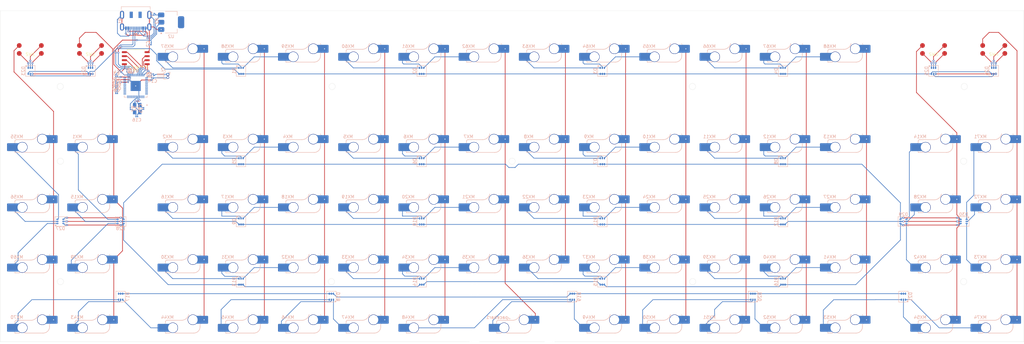
<source format=kicad_pcb>
(kicad_pcb (version 20240108) (generator "pcbnew") (generator_version "8.0")
  (layers (0 "F.Cu" signal) (31 "B.Cu" signal) (34 "B.Paste" user) (35 "F.Paste" user) (36 "B.SilkS" user "B.Silkscreen") (37 "F.SilkS" user "F.Silkscreen") (38 "B.Mask" user) (39 "F.Mask" user) (44 "Edge.Cuts" user))
  (net 0 "")
  (net 1 "Row 2")
  (net 2 "Row 3")
  (net 3 "Enc. L SW1")
  (net 4 "Column 16")
  (net 5 "Net-(D1-A2)")
  (net 6 "Net-(D1-A3)")
  (net 7 "Net-(D1-A1)")
  (net 8 "Net-(D2-A2)")
  (net 9 "Net-(D2-A1)")
  (net 10 "Net-(D2-A3)")
  (net 11 "Net-(D3-A2)")
  (net 12 "Net-(D3-A1)")
  (net 13 "Net-(D3-A3)")
  (net 14 "Net-(D4-A2)")
  (net 15 "Net-(D4-A3)")
  (net 16 "Net-(D4-A1)")
  (net 17 "Row 5")
  (net 18 "Net-(D5-A3)")
  (net 19 "Net-(D5-A1)")
  (net 20 "Net-(D5-A2)")
  (net 21 "Net-(D6-A2)")
  (net 22 "Net-(D6-A1)")
  (net 23 "Net-(D6-A3)")
  (net 24 "Net-(D7-A1)")
  (net 25 "Net-(D7-A2)")
  (net 26 "Net-(D7-A3)")
  (net 27 "Net-(D8-A1)")
  (net 28 "Net-(D8-A3)")
  (net 29 "Net-(D8-A2)")
  (net 30 "Net-(D9-A1)")
  (net 31 "Net-(D9-A3)")
  (net 32 "Net-(D9-A2)")
  (net 33 "Net-(D10-A1)")
  (net 34 "Net-(D10-A3)")
  (net 35 "Net-(D10-A2)")
  (net 36 "Net-(D11-A3)")
  (net 37 "Net-(D11-A1)")
  (net 38 "Net-(D11-A2)")
  (net 39 "Net-(D12-A1)")
  (net 40 "Net-(D12-A2)")
  (net 41 "Net-(D12-A3)")
  (net 42 "Net-(D13-A3)")
  (net 43 "Column 1")
  (net 44 "Column 2")
  (net 45 "Column 3")
  (net 46 "Column 4")
  (net 47 "Column 5")
  (net 48 "Column 6")
  (net 49 "Column 7")
  (net 50 "Column 8")
  (net 51 "Column 9")
  (net 52 "Column 10")
  (net 53 "Column 11")
  (net 54 "Column 12")
  (net 55 "Column 13")
  (net 56 "Column 14")
  (net 57 "Enc. L A")
  (net 58 "Net-(D13-A2)")
  (net 59 "Net-(D13-A1)")
  (net 60 "Net-(D14-A1)")
  (net 61 "Enc. L B")
  (net 62 "Net-(D14-A2)")
  (net 63 "Net-(D14-A3)")
  (net 64 "Enc. R A")
  (net 65 "Net-(D15-A1)")
  (net 66 "Enc. R B")
  (net 67 "Net-(D15-A3)")
  (net 70 "XIN")
  (net 71 "Net-(C16-Pad1)")
  (net 72 "QSPI SS")
  (net 73 "XOUT")
  (net 74 "QSPI SD0")
  (net 75 "Net-(D15-A2)")
  (net 76 "QSPI CLK")
  (net 77 "QSPI SD2")
  (net 79 "QSPI SD3")
  (net 80 "QSPI SD1")
  (net 84 "Net-(U2-VI)")
  (net 85 "Net-(D16-A3)")
  (net 88 "GND")
  (net 89 "Net-(D16-A2)")
  (net 90 "USB D-")
  (net 91 "USB D+")
  (net 92 "Net-(J1-CC1)")
  (net 93 "Net-(J1-CC2)")
  (net 94 "Net-(U1-USB_DP)")
  (net 95 "Net-(U1-USB_DM)")
  (net 96 "+3V3")
  (net 97 "+1V1")
  (net 98 "Net-(J2-Pin_1)")
  (net 99 "Net-(D16-A1)")
  (net 100 "Net-(D17-A2)")
  (net 101 "Net-(D17-A1)")
  (net 102 "Net-(D17-A3)")
  (net 103 "Net-(D18-A2)")
  (net 104 "Net-(D18-A1)")
  (net 105 "Net-(D18-A3)")
  (net 106 "Net-(D19-A2)")
  (net 107 "Net-(D19-A1)")
  (net 108 "Net-(D19-A3)")
  (net 109 "Net-(D20-A1)")
  (net 110 "Net-(D20-A3)")
  (net 111 "Net-(D20-A2)")
  (net 112 "Net-(D21-A1)")
  (net 113 "Net-(D21-A2)")
  (net 114 "Net-(D23-A1)")
  (net 115 "Net-(D23-A2)")
  (net 116 "Net-(D23-A3)")
  (net 117 "Net-(D24-A1)")
  (net 118 "Net-(D24-A2)")
  (net 119 "Net-(D24-A3)")
  (net 120 "Net-(D25-A2)")
  (net 121 "Net-(D25-A1)")
  (net 122 "Net-(D25-A3)")
  (net 123 "Net-(D26-A2)")
  (net 124 "Net-(D26-A3)")
  (net 125 "Net-(D26-A1)")
  (net 126 "Net-(D27-A3)")
  (net 127 "Net-(D27-A1)")
  (net 128 "Net-(D27-A2)")
  (net 129 "Net-(D28-A2)")
  (net 130 "Net-(D28-A3)")
  (net 131 "Net-(D28-A1)")
  (net 132 "Net-(D29-A1)")
  (net 133 "Net-(D29-A2)")
  (net 134 "Net-(D29-A3)")
  (net 135 "Net-(D30-A2)")
  (net 136 "Net-(D30-A1)")
  (net 137 "Net-(D30-A3)")
  (net 138 "Column 15")
  (net 139 "Row 4")
  (net 140 "Net-(D21-A3)")
  (footprint "PCM_marbastlib-various:ROT_SKYLOONG_HS-Switch" (layer "F.Cu") (at 332.9375 28.555)
    (property "Reference" "SW4")
    (property "Value" "ROT_SKYLOONG_HS")
  )
  (footprint "PCM_marbastlib-various:ROT_SKYLOONG_HS-Switch" (layer "F.Cu") (at 47.1875 28.555)
    (property "Reference" "SW2")
    (property "Value" "ROT_SKYLOONG_HS")
  )
  (footprint "PCM_marbastlib-various:ROT_SKYLOONG_HS-Switch" (layer "F.Cu") (at 313.8875 28.555)
    (property "Reference" "SW3")
    (property "Value" "ROT_SKYLOONG_HS")
  )
  (footprint "Package_SO:SOIC-8_5.23x5.23mm_P1.27mm" (layer "F.Cu") (at 61.5 34.06 180)
    (property "Reference" "U3")
    (property "Value" "W25Q128JVS")
  )
  (footprint "PCM_marbastlib-various:ROT_SKYLOONG_HS-Switch" (layer "F.Cu") (at 28.1375 28.555)
    (property "Reference" "SW1")
    (property "Value" "ROT_SKYLOONG_HS")
  )
  (footprint "PCM_Package_TO_SOT_SMD_AKL:SOT-363_SC-70-6" (layer "B.Cu") (at 266.2625 104.755 -90)
    (property "Reference" "D16")
    (property "Value" "MMBD4148TW" (hide yes))
  )
  (footprint "PCM_marbastlib-mx:SW_MX_HS_CPG151101S11_1u" (layer "B.Cu") (at 247.2125 57.13)
    (property "Reference" "MX11")
    (property "Value" "MX_SW_HS")
  )
  (footprint "Package_TO_SOT_SMD:SOT-223-3_TabPin2" (layer "B.Cu") (at 72.6875 22.685)
    (property "Reference" "U2")
    (property "Value" "NCP1117-3.3_SOT223")
  )
  (footprint "PCM_marbastlib-mx:SW_MX_HS_CPG151101S11_1u" (layer "B.Cu") (at 151.9625 95.23)
    (property "Reference" "MX34")
    (property "Value" "MX_SW_HS")
  )
  (footprint "PCM_marbastlib-mx:SW_MX_HS_CPG151101S11_1u" (layer "B.Cu") (at 209.1125 28.555)
    (property "Reference" "MX64")
    (property "Value" "MX_SW_HS")
  )
  (footprint "Package_DFN_QFN:QFN-56-1EP_7x7mm_P0.4mm_EP3.2x3.2mm" (layer "B.Cu") (at 61.475 42.8425 180)
    (property "Reference" "U1")
    (property "Value" "RP2040")
  )
  (footprint "PCM_marbastlib-mx:SW_MX_HS_CPG151101S11_1u" (layer "B.Cu") (at 285.3125 95.23)
    (property "Reference" "MX41")
    (property "Value" "MX_SW_HS")
  )
  (footprint "PCM_Package_TO_SOT_SMD_AKL:SOT-363_SC-70-6" (layer "B.Cu") (at 56.7125 85.705)
    (property "Reference" "D28")
    (property "Value" "MMBD4148TW" (hide yes))
  )
  (footprint "PCM_marbastlib-mx:SW_MX_HS_CPG151101S11_1u" (layer "B.Cu") (at 228.1625 95.23)
    (property "Reference" "MX38")
    (property "Value" "MX_SW_HS")
  )
  (footprint "Resistor_SMD:R_01005_0402Metric" (layer "B.Cu") (at 67.1625 39.335 -90)
    (property "Reference" "R6")
    (property "Value" "1k")
  )
  (footprint "Capacitor_SMD:C_01005_0402Metric" (layer "B.Cu") (at 64.025 49.98 -90)
    (property "Reference" "C15")
    (property "Value" "15p")
  )
  (footprint "PCM_marbastlib-mx:SW_MX_HS_CPG151101S11_1u" (layer "B.Cu") (at 151.9625 28.555)
    (property "Reference" "MX61")
    (property "Value" "MX_SW_HS")
  )
  (footprint "PCM_marbastlib-mx:SW_MX_HS_CPG151101S11_1u" (layer "B.Cu") (at 266.2625 57.13)
    (property "Reference" "MX12")
    (property "Value" "MX_SW_HS")
  )
  (footprint "Resistor_SMD:R_01005_0402Metric" (layer "B.Cu") (at 59.775 50.03 90)
    (property "Reference" "R7")
    (property "Value" "1k")
  )
  (footprint "PCM_marbastlib-mx:SW_MX_HS_CPG151101S11_1u" (layer "B.Cu") (at 209.1125 76.18)
    (property "Reference" "MX23")
    (property "Value" "MX_SW_HS")
  )
  (footprint "PCM_marbastlib-mx:SW_MX_HS_CPG151101S11_1u" (layer "B.Cu") (at 75.7625 95.23)
    (property "Reference" "MX30")
    (property "Value" "MX_SW_HS")
  )
  (footprint "PCM_marbastlib-mx:SW_MX_HS_CPG151101S11_1u" (layer "B.Cu") (at 47.1875 95.23)
    (property "Reference" "MX29")
    (property "Value" "MX_SW_HS")
  )
  (footprint "PCM_marbastlib-mx:SW_MX_HS_CPG151101S11_1u" (layer "B.Cu") (at 132.9125 95.23)
    (property "Reference" "MX33")
    (property "Value" "MX_SW_HS")
  )
  (footprint "PCM_marbastlib-mx:SW_MX_HS_CPG151101S11_1u" (layer "B.Cu") (at 190.0625 28.555)
    (property "Reference" "MX63")
    (property "Value" "MX_SW_HS")
  )
  (footprint "PCM_marbastlib-mx:SW_MX_HS_CPG151101S11_1u" (layer "B.Cu") (at 266.2625 114.28)
    (property "Reference" "MX52")
    (property "Value" "MX_SW_HS")
  )
  (footprint "PCM_Package_TO_SOT_SMD_AKL:SOT-363_SC-70-6" (layer "B.Cu") (at 94.8125 104.755 -90)
    (property "Reference" "D13")
    (property "Value" "MMBD4148TW" (hide yes))
  )
  (footprint "PCM_Package_TO_SOT_SMD_AKL:SOT-363_SC-70-6" (layer "B.Cu") (at 37.6625 85.705)
    (property "Reference" "D27")
    (property "Value" "MMBD4148TW" (hide yes))
  )
  (footprint "Capacitor_SMD:C_01005_0402Metric" (layer "B.Cu") (at 55.455 43.46 180)
    (property "Reference" "C12")
    (property "Value" "100n")
  )
  (footprint "PCM_marbastlib-mx:SW_MX_HS_CPG151101S11_1u" (layer "B.Cu") (at 113.8625 95.23)
    (property "Reference" "MX32")
    (property "Value" "MX_SW_HS")
  )
  (footprint "PCM_marbastlib-mx:SW_MX_HS_CPG151101S11_1u" (layer "B.Cu") (at 190.0625 76.18)
    (property "Reference" "MX22")
    (property "Value" "MX_SW_HS")
  )
  (footprint "PCM_Package_TO_SOT_SMD_AKL:SOT-363_SC-70-6" (layer "B.Cu") (at 151.9625 66.655 -90)
    (property "Reference" "D6")
    (property "Value" "MMBD4148TW" (hide yes))
  )
  (footprint "PCM_marbastlib-mx:SW_MX_HS_CPG151101S11_1u" (layer "B.Cu") (at 94.8125 57.13)
    (property "Reference" "MX3")
    (property "Value" "MX_SW_HS")
  )
  (footprint "PCM_marbastlib-mx:SW_MX_HS_CPG151101S11_1u" (layer "B.Cu") (at 171.0125 57.13)
    (property "Reference" "MX7")
    (property "Value" "MX_SW_HS")
  )
  (footprint "Resistor_SMD:R_01005_0402Metric" (layer "B.Cu") (at 60.815 38.035 -90)
    (property "Reference" "R3")
    (property "Value" "27")
  )
  (footprint "PCM_marbastlib-mx:SW_MX_HS_CPG151101S11_1u" (layer "B.Cu") (at 266.2625 76.18)
    (property "Reference" "MX26")
    (property "Value" "MX_SW_HS")
  )
  (footprint "PCM_marbastlib-mx:SW_MX_HS_CPG151101S11_1u" (layer "B.Cu") (at 94.8125 76.18)
    (property "Reference" "MX17")
    (property "Value" "MX_SW_HS")
  )
  (footprint "Capacitor_SMD:C_01005_0402Metric" (layer "B.Cu") (at 55.42 40.01 180)
    (property "Reference" "C3")
    (property "Value" "100n")
  )
  (footprint "PCM_marbastlib-mx:SW_MX_HS_CPG151101S11_1u" (layer "B.Cu") (at 132.9125 114.28)
    (property "Reference" "MX47")
    (property "Value" "MX_SW_HS")
  )
  (footprint "PCM_marbastlib-mx:SW_MX_HS_CPG151101S11_1u" (layer "B.Cu") (at 28.1375 114.28)
    (property "Reference" "MX70")
    (property "Value" "MX_SW_HS")
  )
  (footprint "PCM_marbastlib-mx:SW_MX_HS_CPG151101S11_1u" (layer "B.Cu") (at 190.0625 95.23)
    (property "Reference" "MX36")
    (property "Value" "MX_SW_HS")
  )
  (footprint "PCM_marbastlib-mx:SW_MX_HS_CPG151101S11_1u" (layer "B.Cu") (at 332.9375 114.28)
    (property "Reference" "MX74")
    (property "Value" "MX_SW_HS")
  )
  (footprint "PCM_marbastlib-mx:SW_MX_HS_CPG151101S11_1u" (layer "B.Cu") (at 113.8625 28.555)
    (property "Reference" "MX59")
    (property "Value" "MX_SW_HS")
  )
  (footprint "PCM_marbastlib-mx:SW_MX_HS_CPG151101S11_1u" (layer "B.Cu") (at 75.7625 28.555)
    (property "Reference" "MX57")
    (property "Value" "MX_SW_HS")
  )
  (footprint "footprints:ABM8-272-T3_ABR" (layer "B.Cu") (at 61.950001 50.005 180)
    (property "Reference" "X1")
    (property "Value" "ABM8-272-T3")
  )
  (footprint "PCM_marbastlib-mx:SW_MX_HS_CPG151101S11_1u" (layer "B.Cu") (at 247.2125 95.23)
    (property "Reference" "MX39")
    (property "Value" "MX_SW_HS")
  )
  (footprint "PCM_marbastlib-mx:SW_MX_HS_CPG151101S11_1u" (layer "B.Cu") (at 47.1875 76.18)
    (property "Reference" "MX15")
    (property "Value" "MX_SW_HS")
  )
  (footprint "PCM_Package_TO_SOT_SMD_AKL:SOT-363_SC-70-6" (layer "B.Cu") (at 28.1375 38.08 -90)
    (property "Reference" "D23")
    (property "Value" "MMBD4148TW" (hide yes))
  )
  (footprint "PCM_Package_TO_SOT_SMD_AKL:SOT-363_SC-70-6" (layer "B.Cu") (at 209.1125 85.705 -90)
    (property "Reference" "D11")
    (property "Value" "MMBD4148TW" (hide yes))
  )
  (footprint "PCM_marbastlib-mx:SW_MX_HS_CPG151101S11_1u" (layer "B.Cu") (at 266.2625 28.555)
    (property "Reference" "MX67")
    (property "Value" "MX_SW_HS")
  )
  (footprint "PCM_marbastlib-mx:SW_MX_HS_CPG151101S11_1u" (layer "B.Cu") (at 285.3125 28.555)
    (property "Reference" "MX68")
    (property "Value" "MX_SW_HS")
  )
  (footprint "PCM_marbastlib-mx:SW_MX_HS_CPG151101S11_1u" (layer "B.Cu") (at 151.9625 76.18)
    (property "Reference" "MX20")
    (property "Value" "MX_SW_HS")
  )
  (footprint "Capacitor_SMD:C_01005_0402Metric" (layer "B.Cu") (at 66.8125 40.285)
    (property "Reference" "C14")
    (property "Value" "100n")
  )
  (footprint "PCM_Package_TO_SOT_SMD_AKL:SOT-363_SC-70-6" (layer "B.Cu") (at 323.4125 85.705 180)
    (property "Reference" "D30")
    (property "Value" "MMBD4148TW" (hide yes))
  )
  (footprint "PCM_Package_TO_SOT_SMD_AKL:SOT-363_SC-70-6" (layer "B.Cu") (at 94.8125 85.705 -90)
    (property "Reference" "D9")
    (property "Value" "MMBD4148TW" (hide yes))
  )
  (footprint "PCM_Package_TO_SOT_SMD_AKL:SOT-363_SC-70-6" (layer "B.Cu") (at 266.2625 85.705 -90)
    (property "Reference" "D12")
    (property "Value" "MMBD4148TW" (hide yes))
  )
  (footprint "PCM_marbastlib-mx:SW_MX_HS_CPG151101S11_1u" (layer "B.Cu") (at 209.1125 57.13)
    (property "Reference" "MX9")
    (property "Value" "MX_SW_HS")
  )
  (footprint "PCM_marbastlib-mx:SW_MX_HS_CPG151101S11_1u" (layer "B.Cu") (at 94.8125 95.23)
    (property "Reference" "MX31")
    (property "Value" "MX_SW_HS")
  )
  (footprint "PCM_marbastlib-mx:SW_MX_HS_CPG151101S11_1u" (layer "B.Cu") (at 28.1375 95.23)
    (property "Reference" "MX69")
    (property "Value" "MX_SW_HS")
  )
  (footprint "Connector_USB:USB_C_Receptacle_JAE_DX07S016JA1R1500" (layer "B.Cu") (at 61.475 21.505)
    (property "Reference" "J1")
    (property "Value" "USB_C_Receptacle_USB2.0_14P")
  )
  (footprint "PCM_marbastlib-mx:SW_MX_HS_CPG151101S11_1u" (layer "B.Cu") (at 332.9375 57.13)
    (property "Reference" "MX71")
    (property "Value" "MX_SW_HS")
  )
  (footprint "PCM_Package_TO_SOT_SMD_AKL:SOT-363_SC-70-6" (layer "B.Cu") (at 56.7125 109.5175 90)
    (property "Reference" "D17")
    (property "Value" "MMBD4148TW" (hide yes))
  )
  (footprint "PCM_marbastlib-mx:SW_MX_HS_CPG151101S11_1u" (layer "B.Cu") (at 151.9625 114.28)
    (property "Reference" "MX48")
    (property "Value" "MX_SW_HS")
  )
  (footprint "PCM_marbastlib-mx:SW_MX_HS_CPG151101S11_1u" (layer "B.Cu") (at 171.0125 95.23)
    (property "Reference" "MX35")
    (property "Value" "MX_SW_HS")
  )
  (footprint "PCM_marbastlib-mx:SW_MX_HS_CPG151101S11_1u" (layer "B.Cu") (at 132.9125 57.13)
    (property "Reference" "MX5")
    (property "Value" "MX_SW_HS")
  )
  (footprint "Capacitor_SMD:C_01005_0402Metric" (layer "B.Cu") (at 55.455 45.26 180)
    (property "Reference" "C8")
    (property "Value" "100n")
  )
  (footprint "PCM_Package_TO_SOT_SMD_AKL:SOT-363_SC-70-6" (layer "B.Cu") (at 151.9625 85.705 -90)
    (property "Reference" "D10")
    (property "Value" "MMBD4148TW" (hide yes))
  )
  (footprint "PCM_marbastlib-mx:SW_MX_HS_CPG151101S11_1u" (layer "B.Cu") (at 113.8625 76.18)
    (property "Reference" "MX18")
    (property "Value" "MX_SW_HS")
  )
  (footprint "PCM_marbastlib-mx:SW_MX_HS_CPG151101S11_1u" (layer "B.Cu") (at 180.5375 114.28)
    (property "Reference" "Spacebar1")
    (property "Value" "MX_SW_HS")
  )
  (footprint "PCM_marbastlib-mx:SW_MX_HS_CPG151101S11_1u" (layer "B.Cu") (at 75.7625 57.13)
    (property "Reference" "MX2")
    (property "Value" "MX_SW_HS")
  )
  (footprint "PCM_Package_TO_SOT_SMD_AKL:SOT-363_SC-70-6" (layer "B.Cu") (at 151.9625 104.755 -90)
    (property "Reference" "D14")
    (property "Value" "MMBD4148TW" (hide yes))
  )
  (footprint "PCM_marbastlib-mx:SW_MX_HS_CPG151101S11_1u" (layer "B.Cu") (at 209.1125 114.28)
    (property "Reference" "MX49")
    (property "Value" "MX_SW_HS")
  )
  (footprint "Resistor_SMD:R_01005_0402Metric" (layer "B.Cu") (at 60.105 38.03 -90)
    (property "Reference" "R4")
    (property "Value" "27")
  )
  (footprint "PCM_marbastlib-mx:SW_MX_HS_CPG151101S11_1u" (layer "B.Cu") (at 266.2625 95.23)
    (property "Reference" "MX40")
    (property "Value" "MX_SW_HS")
  )
  (footprint "PCM_Package_TO_SOT_SMD_AKL:SOT-363_SC-70-6" (layer "B.Cu") (at 313.8875 38.08 -90)
    (property "Reference" "D25")
    (property "Value" "MMBD4148TW" (hide yes))
  )
  (footprint "PCM_marbastlib-mx:SW_MX_HS_CPG151101S11_1u" (layer "B.Cu") (at 28.1375 76.18)
    (property "Reference" "MX56")
    (property "Value" "MX_SW_HS")
  )
  (footprint "PCM_marbastlib-mx:SW_MX_HS_CPG151101S11_1u" (layer "B.Cu") (at 171.0125 76.18)
    (property "Reference" "MX21")
    (property "Value" "MX_SW_HS")
  )
  (footprint "Resistor_SMD:R_01005_0402Metric" (layer "B.Cu") (at 66.5125 39.335 -90)
    (property "Reference" "R5")
    (property "Value" "10k")
  )
  (footprint "PCM_marbastlib-mx:SW_MX_HS_CPG151101S11_1u" (layer "B.Cu") (at 247.2125 28.555)
    (property "Reference" "MX66")
    (property "Value" "MX_SW_HS")
  )
  (footprint "PCM_Package_TO_SOT_SMD_AKL:SOT-363_SC-70-6" (layer "B.Cu") (at 332.9375 38.08 -90)
    (property "Reference" "D26")
    (property "Value" "MMBD4148TW" (hide yes))
  )
  (footprint "Resistor_SMD:R_01005_0402Metric" (layer "B.Cu") (at 67.25 22.305 90)
    (property "Reference" "R2")
    (property "Value" "5.1k")
  )
  (footprint "PCM_Package_TO_SOT_SMD_AKL:SOT-363_SC-70-6" (layer "B.Cu") (at 256.7375 109.5175 90)
    (property "Reference" "D20")
    (property "Value" "MMBD4148TW" (hide yes))
  )
  (footprint "PCM_marbastlib-mx:SW_MX_HS_CPG151101S11_1u" (layer "B.Cu") (at 313.8875 114.28)
    (property "Reference" "MX54")
    (property "Value" "MX_SW_HS")
  )
  (footprint "PCM_marbastlib-mx:SW_MX_HS_CPG151101S11_1u" (layer "B.Cu") (at 94.8125 28.555)
    (property "Reference" "MX58")
    (property "Value" "MX_SW_HS")
  )
  (footprint "PCM_Package_TO_SOT_SMD_AKL:SOT-363_SC-70-6" (layer "B.Cu") (at 266.2625 38.08 -90)
    (property "Reference" "D4")
    (property "Value" "MMBD4148TW" (hide yes))
  )
  (footprint "PCM_marbastlib-mx:STAB_MX_2u" (layer "B.Cu") (at 180.5375 114.28 180)
    (property "Reference" "2uStabilizer1" (hide yes))
    (property "Value" "MX_stab")
  )
  (footprint "PCM_marbastlib-mx:SW_MX_HS_CPG151101S11_1u" (layer "B.Cu") (at 190.0625 57.13)
    (property "Reference" "MX8")
    (property "Value" "MX_SW_HS")
  )
  (footprint "PCM_marbastlib-mx:SW_MX_HS_CPG151101S11_1u" (layer "B.Cu") (at 285.3125 76.18)
    (property "Reference" "MX27")
    (property "Value" "MX_SW_HS")
  )
  (footprint "PCM_marbastlib-mx:SW_MX_HS_CPG151101S11_1u" (layer "B.Cu") (at 332.9375 95.23)
    (property "Reference" "MX73")
    (property "Value" "MX_SW_HS")
  )
  (footprint "Capacitor_SMD:C_01005_0402Metric" (layer "B.Cu") (at 55.455 42.26 180)
    (property "Reference" "C10")
    (property "Value" "100n")
  )
  (footprint "PCM_Package_TO_SOT_SMD_AKL:SOT-363_SC-70-6" (layer "B.Cu") (at 209.1125 104.755 -90)
    (property "Reference" "D15")
    (property "Value" "MMBD4148TW" (hide yes))
  )
  (footprint "Capacitor_SMD:C_01005_0402Metric" (layer "B.Cu") (at 59.385 38.03 90)
    (property "Reference" "C5")
    (property "Value" "1u")
  )
  (footprint "Capacitor_SMD:C_01005_0402Metric" (layer "B.Cu") (at 58.675 38.03 90)
    (property "Reference" "C6")
    (property "Value" "1u")
  )
  (footprint "Capacitor_SMD:C_01005_0402Metric" (layer "B.Cu") (at 55.455 44.06 180)
    (property "Reference" "C7")
    (property "Value" "100n")
  )
  (footprint "PCM_marbastlib-mx:SW_MX_HS_CPG151101S11_1u" (layer "B.Cu") (at 247.2125 114.28)
    (property "Reference" "MX51")
    (property "Value" "MX_SW_HS")
  )
  (footprint "PCM_marbastlib-mx:SW_MX_HS_CPG151101S11_1u" (layer "B.Cu") (at 47.1875 57.13)
    (property "Reference" "MX1")
    (property "Value" "MX_SW_HS")
  )
  (footprint "PCM_marbastlib-mx:SW_MX_HS_CPG151101S11_1u" (layer "B.Cu") (at 228.1625 114.28)
    (property "Reference" "MX50")
    (property "Value" "MX_SW_HS")
  )
  (footprint "PCM_marbastlib-mx:SW_MX_HS_CPG151101S11_1u" (layer "B.Cu") (at 228.1625 57.13)
    (property "Reference" "MX10")
    (property "Value" "MX_SW_HS")
  )
  (footprint "PCM_marbastlib-mx:SW_MX_HS_CPG151101S11_1u" (layer "B.Cu") (at 285.3125 114.28)
    (property "Reference" "MX53")
    (property "Value" "MX_SW_HS")
  )
  (footprint "PCM_Package_TO_SOT_SMD_AKL:SOT-363_SC-70-6" (layer "B.Cu") (at 94.8125 38.08 -90)
    (property "Reference" "D1")
    (property "Value" "MMBD4148TW" (hide yes))
  )
  (footprint "PCM_Package_TO_SOT_SMD_AKL:SOT-363_SC-70-6" (layer "B.Cu") (at 123.3875 109.5175 90)
    (property "Reference" "D18")
    (property "Value" "MMBD4148TW" (hide yes))
  )
  (footprint "PCM_marbastlib-mx:SW_MX_HS_CPG151101S11_1u" (layer "B.Cu") (at 228.1625 28.555)
    (property "Reference" "MX65")
    (property "Value" "MX_SW_HS")
  )
  (footprint "PCM_Package_TO_SOT_SMD_AKL:SOT-363_SC-70-6" (layer "B.Cu") (at 199.5875 109.5175 90)
    (property "Reference" "D19")
    (property "Value" "MMBD4148TW" (hide yes))
  )
  (footprint "Resistor_SMD:R_01005_0402Metric" (layer "B.Cu") (at 55.7 22.305 90)
    (property "Reference" "R1")
    (property "Value" "5.1k")
  )
  (footprint "PCM_marbastlib-mx:SW_MX_HS_CPG151101S11_1u" (layer "B.Cu") (at 313.8875 76.18)
    (property "Reference" "MX28")
    (property "Value" "MX_SW_HS")
  )
  (footprint "PCM_marbastlib-mx:SW_MX_HS_CPG151101S11_1u" (layer "B.Cu") (at 94.8125 114.28)
    (property "Reference" "MX45")
    (property "Value" "MX_SW_HS")
  )
  (footprint "PCM_Package_TO_SOT_SMD_AKL:SOT-363_SC-70-6" (layer "B.Cu") (at 94.8125 66.655 -90)
    (property "Reference" "D5")
    (property "Value" "MMBD4148TW" (hide yes))
  )
  (footprint "PCM_Package_TO_SOT_SMD_AKL:SOT-363_SC-70-6" (layer "B.Cu") (at 151.9625 38.08 -90)
    (property "Reference" "D2")
    (property "Value" "MMBD4148TW" (hide yes))
  )
  (footprint "PCM_marbastlib-mx:SW_MX_HS_CPG151101S11_1u" (layer "B.Cu") (at 171.0125 28.555)
    (property "Reference" "MX62")
    (property "Value" "MX_SW_HS")
  )
  (footprint "PCM_Package_TO_SOT_SMD_AKL:SOT-363_SC-70-6" (layer "B.Cu") (at 266.2625 66.655 -90)
    (property "Reference" "D8")
    (property "Value" "MMBD4148TW" (hide yes))
  )
  (footprint "Capacitor_SMD:C_01005_0402Metric" (layer "B.Cu") (at 55.455 44.66 180)
    (property "Reference" "C13")
    (property "Value" "100n")
  )
  (footprint "PCM_marbastlib-mx:SW_MX_HS_CPG151101S11_1u" (layer "B.Cu") (at 113.8625 114.28)
    (property "Reference" "MX46")
    (property "Value" "MX_SW_HS")
  )
  (footprint "Connector_PinHeader_1.00mm:PinHeader_1x02_P1.00mm_Horizontal" (layer "B.Cu") (at 71.65 39.18 180)
    (property "Reference" "J2")
    (property "Value" "Conn_01x02_Pin")
  )
  (footprint "PCM_marbastlib-mx:SW_MX_HS_CPG151101S11_1u" (layer "B.Cu") (at 132.9125 76.18)
    (property "Reference" "MX19")
    (property "Value" "MX_SW_HS")
  )
  (footprint "PCM_marbastlib-mx:SW_MX_HS_CPG151101S11_1u" (layer "B.Cu") (at 228.1625 76.18)
    (property "Reference" "MX24")
    (property "Value" "MX_SW_HS")
  )
  (footprint "PCM_marbastlib-mx:SW_MX_HS_CPG151101S11_1u" (layer "B.Cu") (at 75.7625 114.28)
    (property "Reference" "MX44")
    (property "Value" "MX_SW_HS")
  )
  (footprint "PCM_marbastlib-mx:SW_MX_HS_CPG151101S11_1u" (layer "B.Cu") (at 28.1375 57.13)
    (property "Reference" "MX55")
    (property "Value" "MX_SW_HS")
  )
  (footprint "PCM_marbastlib-mx:SW_MX_HS_CPG151101S11_1u" (layer "B.Cu") (at 313.8875 95.23)
    (property "Reference" "MX42")
    (property "Value" "MX_SW_HS")
  )
  (footprint "Capacitor_SMD:C_01005_0402Metric" (layer "B.Cu") (at 55.42 39.41 180)
    (property "Reference" "C4")
    (property "Value" "100n")
  )
  (footprint "PCM_Package_TO_SOT_SMD_AKL:SOT-363_SC-70-6" (layer "B.Cu") (at 304.3625 85.705 180)
    (property "Reference" "D29")
    (property "Value" "MMBD4148TW" (hide yes))
  )
  (footprint "PCM_marbastlib-mx:SW_MX_HS_CPG151101S11_1u" (layer "B.Cu") (at 113.8625 57.13)
    (property "Reference" "MX4")
    (property "Value" "MX_SW_HS")
  )
  (footprint "PCM_marbastlib-mx:SW_MX_HS_CPG151101S11_1u" (layer "B.Cu") (at 285.3125 57.13)
    (property "Reference" "MX13")
    (property "Value" "MX_SW_HS")
  )
  (footprint "Capacitor_SMD:C_01005_0402Metric" (layer "B.Cu") (at 55.455 41.66 180)
    (property "Reference" "C9")
    (property "Value" "100n")
  )
  (footprint "Capacitor_SMD:C_01005_0402Metric" (layer "B.Cu") (at 67.275 20.18 -90)
    (property "Reference" "C1")
    (property "Value" "10u")
  )
  (footprint "Capacitor_SMD:C_01005_0402Metric" (layer "B.Cu") (at 66.4 29.55 -90)
    (property "Reference" "C2")
    (property "Value" "10u")
  )
  (footprint "PCM_Package_TO_SOT_SMD_AKL:SOT-363_SC-70-6" (layer "B.Cu") (at 209.1125 38.08 -90)
    (property "Reference" "D3")
    (property "Value" "MMBD4148TW" (hide yes))
  )
  (footprint "PCM_Package_TO_SOT_SMD_AKL:SOT-363_SC-70-6" (layer "B.Cu") (at 209.1125 66.655 -90)
    (property "Reference" "D7")
    (property "Value" "MMBD4148TW" (hide yes))
  )
  (footprint "PCM_marbastlib-mx:SW_MX_HS_CPG151101S11_1u" (layer "B.Cu") (at 47.1875 114.28)
    (property "Reference" "MX43")
    (property "Value" "MX_SW_HS")
  )
  (footprint "PCM_marbastlib-mx:SW_MX_HS_CPG151101S11_1u" (layer "B.Cu") (at 75.7625 76.18)
    (property "Reference" "MX16")
    (property "Value" "MX_SW_HS")
  )
  (footprint "PCM_marbastlib-mx:SW_MX_HS_CPG151101S11_1u" (layer "B.Cu") (at 132.9125 28.555)
    (property "Reference" "MX60")
    (property "Value" "MX_SW_HS")
  )
  (footprint "PCM_marbastlib-mx:SW_MX_HS_CPG151101S11_1u" (layer "B.Cu") (at 332.9375 76.18)
    (property "Reference" "MX72")
    (property "Value" "MX_SW_HS")
  )
  (footprint "PCM_marbastlib-mx:SW_MX_HS_CPG151101S11_1u" (layer "B.Cu") (at 247.2125 76.18)
    (property "Reference" "MX25")
    (property "Value" "MX_SW_HS")
  )
  (footprint "PCM_marbastlib-mx:SW_MX_HS_CPG151101S11_1u" (layer "B.Cu") (at 209.1125 95.23)
    (property "Reference" "MX37")
    (property "Value" "MX_SW_HS")
  )
  (footprint "PCM_Package_TO_SOT_SMD_AKL:SOT-363_SC-70-6" (layer "B.Cu") (at 304.3625 109.5175 90)
    (property "Reference" "D21")
    (property "Value" "MMBD4148TW" (hide yes))
  )
  (footprint "Capacitor_SMD:C_01005_0402Metric" (layer "B.Cu") (at 55.455 42.86 180)
    (property "Reference" "C11")
    (property "Value" "100n")
  )
  (footprint "PCM_marbastlib-mx:SW_MX_HS_CPG151101S11_1u" (layer "B.Cu") (at 151.9625 57.13)
    (property "Reference" "MX6")
    (property "Value" "MX_SW_HS")
  )
  (footprint "Capacitor_SMD:C_01005_0402Metric" (layer "B.Cu") (at 61.825 52.58)
    (property "Reference" "C16")
    (property "Value" "15p")
  )
  (footprint "PCM_Package_TO_SOT_SMD_AKL:SOT-363_SC-70-6" (layer "B.Cu") (at 47.1875 38.08 -90)
    (property "Reference" "D24")
    (property "Value" "MMBD4148TW" (hide yes))
  )
  (footprint "PCM_marbastlib-mx:SW_MX_HS_CPG151101S11_1u" (layer "B.Cu") (at 313.8875 57.13)
    (property "Reference" "MX14")
    (property "Value" "MX_SW_HS")
  )
  (gr_circle (center 123.3875 104.755) (end 124.3875 104.755) (stroke (width 0.05)) (fill none) (layer "Edge.Cuts"))
  (gr_circle (center 323.4125 66.655) (end 324.4125 66.655) (stroke (width 0.05)) (fill none) (layer "Edge.Cuts"))
  (gr_circle (center 237.6875 104.755) (end 238.6875 104.755) (stroke (width 0.05)) (fill none) (layer "Edge.Cuts"))
  (gr_circle (center 237.6125 43.03) (end 238.6125 43.03) (stroke (width 0.05)) (fill none) (layer "Edge.Cuts"))
  (gr_circle (center 180.5375 66.655) (end 181.5375 66.655) (stroke (width 0.05)) (fill none) (layer "Edge.Cuts"))
  (gr_circle (center 323.4125 104.755) (end 324.4125 104.755) (stroke (width 0.05)) (fill none) (layer "Edge.Cuts"))
  (gr_circle (center 37.6625 104.755) (end 38.6625 104.755) (stroke (width 0.05)) (fill none) (layer "Edge.Cuts"))
  (gr_circle (center 323.6125 43.03) (end 324.6125 43.03) (stroke (width 0.05)) (fill none) (layer "Edge.Cuts"))
  (gr_circle (center 37.6625 66.655) (end 38.6625 66.655) (stroke (width 0.05)) (fill none) (layer "Edge.Cuts"))
  (gr_rect (start 18.6125 19.03) (end 342.4625 123.805) (stroke (width 0.05)) (fill none) (layer "Edge.Cuts"))
  (gr_circle (center 37.6125 43.03) (end 38.6125 43.03) (stroke (width 0.05)) (fill none) (layer "Edge.Cuts"))
  (gr_circle (center 123.6125 43.03) (end 124.6125 43.03) (stroke (width 0.05)) (fill none) (layer "Edge.Cuts"))
  (segment (start 321.3525 84.56) (end 304.3525 84.56) (width 0.2) (layer "F.Cu") (net 1))
  (segment (start 39.7425 84.55) (end 56.7125 84.55) (width 0.2) (layer "F.Cu") (net 1))
  (via (at 39.7425 84.55) (size 0.6) (drill 0.3) (layers "F.Cu" "B.Cu") (net 1))
  (via (at 321.3525 84.56) (size 0.6) (drill 0.3) (layers "F.Cu" "B.Cu") (net 1))
  (via (at 304.3525 84.56) (size 0.6) (drill 0.3) (layers "F.Cu" "B.Cu") (net 1))
  (via (at 56.7125 84.55) (size 0.6) (drill 0.3) (layers "F.Cu" "B.Cu") (net 1))
  (segment (start 303.9125 84.555) (end 304.3475 84.555) (width 0.2) (layer "B.Cu") (net 1))
  (segment (start 151.3125 67.605) (end 178.5375 67.605) (width 0.2) (layer "B.Cu") (net 1))
  (segment (start 303.4125 85.055) (end 303.9125 84.555) (width 0.2) (layer "B.Cu") (net 1))
  (segment (start 94.1625 67.605) (end 95.4625 67.605) (width 0.2) (layer "B.Cu") (net 1))
  (segment (start 69.8625 67.605) (end 57.6625 79.805) (width 0.2) (layer "B.Cu") (net 1))
  (segment (start 303.4125 79.805) (end 303.4125 85.055) (width 0.2) (layer "B.Cu") (net 1))
  (segment (start 304.3475 84.555) (end 304.3525 84.56) (width 0.2) (layer "B.Cu") (net 1))
  (segment (start 321.9675 84.56) (end 322.4625 85.055) (width 0.2) (layer "B.Cu") (net 1))
  (segment (start 95.4625 67.605) (end 151.3125 67.605) (width 0.2) (layer "B.Cu") (net 1))
  (segment (start 266.9125 67.605) (end 291.2125 67.605) (width 0.2) (layer "B.Cu") (net 1))
  (segment (start 57.6625 79.805) (end 57.6625 85.055) (width 0.2) (layer "B.Cu") (net 1))
  (segment (start 94.1625 67.605) (end 69.8625 67.605) (width 0.2) (layer "B.Cu") (net 1))
  (segment (start 182.5375 67.605) (end 209.7625 67.605) (width 0.2) (layer "B.Cu") (net 1))
  (segment (start 179.5375 68.655) (end 181.5375 68.655) (width 0.2) (layer "B.Cu") (net 1))
  (segment (start 39.1125 84.555) (end 39.1175 84.55) (width 0.2) (layer "B.Cu") (net 1))
  (segment (start 57.1575 84.55) (end 57.6625 85.055) (width 0.2) (layer "B.Cu") (net 1))
  (segment (start 39.1175 84.55) (end 39.7425 84.55) (width 0.2) (layer "B.Cu") (net 1))
  (segment (start 321.3525 84.56) (end 321.9675 84.56) (width 0.2) (layer "B.Cu") (net 1))
  (segment (start 181.5375 68.605) (end 182.5375 67.605) (width 0.2) (layer "B.Cu") (net 1))
  (segment (start 181.5375 68.655) (end 181.5375 68.605) (width 0.2) (layer "B.Cu") (net 1))
  (segment (start 178.5375 67.655) (end 179.5375 68.655) (width 0.2) (layer "B.Cu") (net 1))
  (segment (start 56.7125 84.55) (end 57.1575 84.55) (width 0.2) (layer "B.Cu") (net 1))
  (segment (start 38.6125 85.055) (end 39.1125 84.555) (width 0.2) (layer "B.Cu") (net 1))
  (segment (start 291.2125 67.605) (end 303.4125 79.805) (width 0.2) (layer "B.Cu") (net 1))
  (segment (start 178.5375 67.605) (end 178.5375 67.655) (width 0.2) (layer "B.Cu") (net 1))
  (segment (start 209.1125 67.605) (end 266.9125 67.605) (width 0.2) (layer "B.Cu") (net 1))
  (segment (start 321.3625 85.705) (end 304.3625 85.705) (width 0.2) (layer "F.Cu") (net 2))
  (segment (start 39.7375 85.705) (end 56.7125 85.705) (width 0.2) (layer "F.Cu") (net 2))
  (via (at 304.3625 85.705) (size 0.6) (drill 0.3) (layers "F.Cu" "B.Cu") (net 2))
  (via (at 39.7375 85.705) (size 0.6) (drill 0.3) (layers "F.Cu" "B.Cu") (net 2))
  (via (at 321.3625 85.705) (size 0.6) (drill 0.3) (layers "F.Cu" "B.Cu") (net 2))
  (via (at 56.7125 85.705) (size 0.6) (drill 0.3) (layers "F.Cu" "B.Cu") (net 2))
  (segment (start 57.6625 85.705) (end 93.2125 85.705) (width 0.2) (layer "B.Cu") (net 2))
  (segment (start 267.8625 85.705) (end 266.9125 86.655) (width 0.2) (layer "B.Cu") (net 2))
  (segment (start 95.4625 86.655) (end 152.6125 86.655) (width 0.2) (layer "B.Cu") (net 2))
  (segment (start 38.6125 85.705) (end 39.7375 85.705) (width 0.2) (layer "B.Cu") (net 2))
  (segment (start 94.1625 86.655) (end 95.4625 86.655) (width 0.2) (layer "B.Cu") (net 2))
  (segment (start 304.3625 85.705) (end 303.4125 85.705) (width 0.2) (layer "B.Cu") (net 2))
  (segment (start 93.2125 85.705) (end 94.1625 86.655) (width 0.2) (layer "B.Cu") (net 2))
  (segment (start 152.6125 86.655) (end 209.7625 86.655) (width 0.2) (layer "B.Cu") (net 2))
  (segment (start 56.7125 85.705) (end 57.6625 85.705) (width 0.2) (layer "B.Cu") (net 2))
  (segment (start 322.4625 85.705) (end 321.3625 85.705) (width 0.2) (layer "B.Cu") (net 2))
  (segment (start 304.3625 85.705) (end 267.8625 85.705) (width 0.2) (layer "B.Cu") (net 2))
  (segment (start 209.7625 86.655) (end 266.9125 86.655) (width 0.2) (layer "B.Cu") (net 2))
  (segment (start 152.6125 39.03) (end 151.9625 39.03) (width 0.2) (layer "B.Cu") (net 3))
  (segment (start 70.757756 37.53) (end 92.6625 37.53) (width 0.2) (layer "B.Cu") (net 3))
  (segment (start 46.5375 39.03) (end 46.5375 38.786544) (width 0.2) (layer "B.Cu") (net 3))
  (segment (start 27.4875 39.03) (end 27.4875 38.705001) (width 0.2) (layer "B.Cu") (net 3))
  (segment (start 27.937501 38.255) (end 46.025 38.255) (width 0.2) (layer "B.Cu") (net 3))
  (segment (start 95.4625 39.03) (end 151.3125 39.03) (width 0.2) (layer "B.Cu") (net 3))
  (segment (start 55.562501 31.06) (end 66.2375 31.06) (width 0.2) (layer "B.Cu") (net 3))
  (segment (start 209.7625 39.03) (end 266.9125 39.03) (width 0.2) (layer "B.Cu") (net 3))
  (segment (start 151.9625 39.03) (end 151.3125 39.03) (width 0.2) (layer "B.Cu") (net 3))
  (segment (start 152.6125 39.03) (end 209.7625 39.03) (width 0.2) (layer "B.Cu") (net 3))
  (segment (start 68.0975 32.92) (end 68.0975 34.869744) (width 0.2) (layer "B.Cu") (net 3))
  (segment (start 66.2375 31.06) (end 68.0975 32.92) (width 0.2) (layer "B.Cu") (net 3))
  (segment (start 266.9125 39.03) (end 313.2375 39.03) (width 0.2) (layer "B.Cu") (net 3))
  (segment (start 46.5375 38.786544) (end 47.069044 38.255) (width 0.2) (layer "B.Cu") (net 3))
  (segment (start 47.069044 38.255) (end 48.367501 38.255) (width 0.2) (layer "B.Cu") (net 3))
  (segment (start 313.2375 38.705001) (end 313.587501 38.355) (width 0.2) (layer "B.Cu") (net 3))
  (segment (start 92.6625 37.53) (end 94.1625 39.03) (width 0.2) (layer "B.Cu") (net 3))
  (segment (start 331.6125 38.355) (end 332.2875 39.03) (width 0.2) (layer "B.Cu") (net 3))
  (segment (start 94.1625 39.03) (end 95.4625 39.03) (width 0.2) (layer "B.Cu") (net 3))
  (segment (start 68.0975 34.869744) (end 70.757756 37.53) (width 0.2) (layer "B.Cu") (net 3))
  (segment (start 48.367501 38.255) (end 55.562501 31.06) (width 0.2) (layer "B.Cu") (net 3))
  (segment (start 46.025 38.255) (end 46.5375 38.7675) (width 0.2) (layer "B.Cu") (net 3))
  (segment (start 313.2375 39.03) (end 313.2375 38.705001) (width 0.2) (layer "B.Cu") (net 3))
  (segment (start 313.587501 38.355) (end 331.6125 38.355) (width 0.2) (layer "B.Cu") (net 3))
  (segment (start 27.4875 38.705001) (end 27.937501 38.255) (width 0.2) (layer "B.Cu") (net 3))
  (segment (start 46.5375 38.7675) (end 46.5375 39.03) (width 0.2) (layer "B.Cu") (net 3))
  (segment (start 340.2975 59.67) (end 340.2975 116.82) (width 0.2) (layer "F.Cu") (net 4))
  (segment (start 329.4375 30.055) (end 329.4375 27.955) (width 0.2) (layer "F.Cu") (net 4))
  (segment (start 340.2975 31.715) (end 340.2975 59.67) (width 0.2) (layer "F.Cu") (net 4))
  (segment (start 329.4375 27.955) (end 331.4875 25.905) (width 0.2) (layer "F.Cu") (net 4))
  (segment (start 334.4875 25.905) (end 340.2975 31.715) (width 0.2) (layer "F.Cu") (net 4))
  (segment (start 331.4875 25.905) (end 334.4875 25.905) (width 0.2) (layer "F.Cu") (net 4))
  (via (at 340.2975 116.82) (size 0.6) (drill 0.3) (layers "F.Cu" "B.Cu") (net 4))
  (via (at 340.2975 97.77) (size 0.6) (drill 0.3) (layers "F.Cu" "B.Cu") (net 4))
  (via (at 340.2975 59.67) (size 0.6) (drill 0.3) (layers "F.Cu" "B.Cu") (net 4))
  (via (at 340.2975 78.72) (size 0.6) (drill 0.3) (layers "F.Cu" "B.Cu") (net 4))
  (segment (start 88.7225 33.635) (end 88.7225 35.54) (width 0.2) (layer "B.Cu") (net 5))
  (segment (start 89.0875 35.905) (end 93.912499 35.905) (width 0.2) (layer "B.Cu") (net 5))
  (segment (start 93.912499 35.905) (end 94.8125 36.805001) (width 0.2) (layer "B.Cu") (net 5))
  (segment (start 88.7225 35.54) (end 89.0875 35.905) (width 0.2) (layer "B.Cu") (net 5))
  (segment (start 94.8125 36.805001) (end 94.8125 37.13) (width 0.2) (layer "B.Cu") (net 5))
  (segment (start 98.9575 33.635) (end 95.4625 37.13) (width 0.2) (layer "B.Cu") (net 6))
  (segment (start 107.7725 33.635) (end 98.9575 33.635) (width 0.2) (layer "B.Cu") (net 6))
  (segment (start 69.6725 33.635) (end 73.1675 37.13) (width 0.2) (layer "B.Cu") (net 7))
  (segment (start 73.1675 37.13) (end 94.1625 37.13) (width 0.2) (layer "B.Cu") (net 7))
  (segment (start 145.8725 33.635) (end 145.8725 35.54) (width 0.2) (layer "B.Cu") (net 8))
  (segment (start 151.062499 35.905) (end 151.9625 36.805001) (width 0.2) (layer "B.Cu") (net 8))
  (segment (start 146.2375 35.905) (end 151.062499 35.905) (width 0.2) (layer "B.Cu") (net 8))
  (segment (start 151.9625 36.805001) (end 151.9625 37.13) (width 0.2) (layer "B.Cu") (net 8))
  (segment (start 145.8725 35.54) (end 146.2375 35.905) (width 0.2) (layer "B.Cu") (net 8))
  (segment (start 126.8225 33.635) (end 130.3175 37.13) (width 0.2) (layer "B.Cu") (net 9))
  (segment (start 130.3175 37.13) (end 151.3125 37.13) (width 0.2) (layer "B.Cu") (net 9))
  (segment (start 164.9225 33.635) (end 156.1075 33.635) (width 0.2) (layer "B.Cu") (net 10))
  (segment (start 156.1075 33.635) (end 152.6125 37.13) (width 0.2) (layer "B.Cu") (net 10))
  (segment (start 208.2125 35.905) (end 209.1125 36.805) (width 0.2) (layer "B.Cu") (net 11))
  (segment (start 203.0225 33.635) (end 203.0225 35.54) (width 0.2) (layer "B.Cu") (net 11))
  (segment (start 203.0225 35.54) (end 203.3875 35.905) (width 0.2) (layer "B.Cu") (net 11))
  (segment (start 203.3875 35.905) (end 208.2125 35.905) (width 0.2) (layer "B.Cu") (net 11))
  (segment (start 209.1125 36.805) (end 209.1125 37.13) (width 0.2) (layer "B.Cu") (net 11))
  (segment (start 187.4675 37.13) (end 208.4625 37.13) (width 0.2) (layer "B.Cu") (net 12))
  (segment (start 183.9725 33.635) (end 187.4675 37.13) (width 0.2) (layer "B.Cu") (net 12))
  (segment (start 213.2575 33.635) (end 209.7625 37.13) (width 0.2) (layer "B.Cu") (net 13))
  (segment (start 222.0725 33.635) (end 213.2575 33.635) (width 0.2) (layer "B.Cu") (net 13))
  (segment (start 260.5375 35.905) (end 265.362499 35.905) (width 0.2) (layer "B.Cu") (net 14))
  (segment (start 266.2625 36.805001) (end 266.2625 37.13) (width 0.2) (layer "B.Cu") (net 14))
  (segment (start 260.1725 33.635) (end 260.1725 35.54) (width 0.2) (layer "B.Cu") (net 14))
  (segment (start 260.1725 35.54) (end 260.5375 35.905) (width 0.2) (layer "B.Cu") (net 14))
  (segment (start 265.362499 35.905) (end 266.2625 36.805001) (width 0.2) (layer "B.Cu") (net 14))
  (segment (start 279.2225 33.635) (end 270.4075 33.635) (width 0.2) (layer "B.Cu") (net 15))
  (segment (start 270.4075 33.635) (end 266.9125 37.13) (width 0.2) (layer "B.Cu") (net 15))
  (segment (start 244.6175 37.13) (end 265.6125 37.13) (width 0.2) (layer "B.Cu") (net 16))
  (segment (start 241.1225 33.635) (end 244.6175 37.13) (width 0.2) (layer "B.Cu") (net 16))
  (segment (start 198.9375 108.5675) (end 200.2375 108.5675) (width 0.2) (layer "B.Cu") (net 17))
  (segment (start 57.3625 108.5675) (end 124.0375 108.5675) (width 0.2) (layer "B.Cu") (net 17))
  (segment (start 124.0375 108.5675) (end 125.1 109.63) (width 0.2) (layer "B.Cu") (net 17))
  (segment (start 57.3625 108.5675) (end 56.0625 108.5675) (width 0.2) (layer "B.Cu") (net 17))
  (segment (start 197.875 109.63) (end 198.9375 108.5675) (width 0.2) (layer "B.Cu") (net 17))
  (segment (start 125.1 109.63) (end 197.875 109.63) (width 0.2) (layer "B.Cu") (net 17))
  (segment (start 257.3875 108.5675) (end 305.0125 108.5675) (width 0.2) (layer "B.Cu") (net 17))
  (segment (start 200.2375 108.5675) (end 257.3875 108.5675) (width 0.2) (layer "B.Cu") (net 17))
  (segment (start 98.9575 62.21) (end 95.4625 65.705) (width 0.2) (layer "B.Cu") (net 18))
  (segment (start 107.7725 62.21) (end 98.9575 62.21) (width 0.2) (layer "B.Cu") (net 18))
  (segment (start 69.6725 62.21) (end 73.1675 65.705) (width 0.2) (layer "B.Cu") (net 19))
  (segment (start 73.1675 65.705) (end 94.1625 65.705) (width 0.2) (layer "B.Cu") (net 19))
  (segment (start 94.6425 65.03) (end 94.8125 65.2) (width 0.2) (layer "B.Cu") (net 20))
  (segment (start 88.7225 64.13) (end 89.6225 65.03) (width 0.2) (layer "B.Cu") (net 20))
  (segment (start 89.6225 65.03) (end 94.6425 65.03) (width 0.2) (layer "B.Cu") (net 20))
  (segment (start 88.7225 62.21) (end 88.7225 64.13) (width 0.2) (layer "B.Cu") (net 20))
  (segment (start 94.8125 65.2) (end 94.8125 65.705) (width 0.2) (layer "B.Cu") (net 20))
  (segment (start 146.6125 65.03) (end 151.612499 65.03) (width 0.2) (layer "B.Cu") (net 21))
  (segment (start 145.8725 62.21) (end 145.8725 64.29) (width 0.2) (layer "B.Cu") (net 21))
  (segment (start 145.8725 64.29) (end 146.6125 65.03) (width 0.2) (layer "B.Cu") (net 21))
  (segment (start 151.9625 65.380001) (end 151.9625 65.705) (width 0.2) (layer "B.Cu") (net 21))
  (segment (start 151.612499 65.03) (end 151.9625 65.380001) (width 0.2) (layer "B.Cu") (net 21))
  (segment (start 130.3175 65.705) (end 151.3125 65.705) (width 0.2) (layer "B.Cu") (net 22))
  (segment (start 126.8225 62.21) (end 130.3175 65.705) (width 0.2) (layer "B.Cu") (net 22))
  (segment (start 164.9225 62.21) (end 156.1075 62.21) (width 0.2) (layer "B.Cu") (net 23))
  (segment (start 156.1075 62.21) (end 152.6125 65.705) (width 0.2) (layer "B.Cu") (net 23))
  (segment (start 183.9725 62.21) (end 187.4675 65.705) (width 0.2) (layer "B.Cu") (net 24))
  (segment (start 187.4675 65.705) (end 208.4625 65.705) (width 0.2) (layer "B.Cu") (net 24))
  (segment (start 209.1125 65.380001) (end 209.1125 65.705) (width 0.2) (layer "B.Cu") (net 25))
  (segment (start 203.0225 64.44) (end 203.6125 65.03) (width 0.2) (layer "B.Cu") (net 25))
  (segment (start 203.0225 62.21) (end 203.0225 64.44) (width 0.2) (layer "B.Cu") (net 25))
  (segment (start 208.762499 65.03) (end 209.1125 65.380001) (width 0.2) (layer "B.Cu") (net 25))
  (segment (start 203.6125 65.03) (end 208.762499 65.03) (width 0.2) (layer "B.Cu") (net 25))
  (segment (start 222.0725 62.21) (end 213.2575 62.21) (width 0.2) (layer "B.Cu") (net 26))
  (segment (start 213.2575 62.21) (end 209.7625 65.705) (width 0.2) (layer "B.Cu") (net 26))
  (segment (start 241.1225 62.21) (end 244.6175 65.705) (width 0.2) (layer "B.Cu") (net 27))
  (segment (start 244.6175 65.705) (end 265.6125 65.705) (width 0.2) (layer "B.Cu") (net 27))
  (segment (start 270.4075 62.21) (end 266.9125 65.705) (width 0.2) (layer "B.Cu") (net 28))
  (segment (start 279.2225 62.21) (end 270.4075 62.21) (width 0.2) (layer "B.Cu") (net 28))
  (segment (start 265.820956 65.02) (end 266.2625 65.461544) (width 0.2) (layer "B.Cu") (net 29))
  (segment (start 260.1725 62.21) (end 260.1725 64.58) (width 0.2) (layer "B.Cu") (net 29))
  (segment (start 260.1725 64.58) (end 260.6125 65.02) (width 0.2) (layer "B.Cu") (net 29))
  (segment (start 266.2625 65.461544) (end 266.2625 65.705) (width 0.2) (layer "B.Cu") (net 29))
  (segment (start 260.6125 65.02) (end 265.820956 65.02) (width 0.2) (layer "B.Cu") (net 29))
  (segment (start 69.6725 81.26) (end 73.1675 84.755) (width 0.2) (layer "B.Cu") (net 30))
  (segment (start 73.1675 84.755) (end 94.1625 84.755) (width 0.2) (layer "B.Cu") (net 30))
  (segment (start 98.9575 81.26) (end 95.4625 84.755) (width 0.2) (layer "B.Cu") (net 31))
  (segment (start 107.7725 81.26) (end 98.9575 81.26) (width 0.2) (layer "B.Cu") (net 31))
  (segment (start 94.350956 84.05) (end 94.8125 84.511544) (width 0.2) (layer "B.Cu") (net 32))
  (segment (start 88.7225 84.05) (end 94.350956 84.05) (width 0.2) (layer "B.Cu") (net 32))
  (segment (start 94.8125 84.511544) (end 94.8125 84.755) (width 0.2) (layer "B.Cu") (net 32))
  (segment (start 88.7225 81.26) (end 88.7225 84.05) (width 0.2) (layer "B.Cu") (net 32))
  (segment (start 126.8225 81.26) (end 130.3175 84.755) (width 0.2) (layer "B.Cu") (net 33))
  (segment (start 130.3175 84.755) (end 151.3125 84.755) (width 0.2) (layer "B.Cu") (net 33))
  (segment (start 164.9225 81.26) (end 156.1075 81.26) (width 0.2) (layer "B.Cu") (net 34))
  (segment (start 156.1075 81.26) (end 152.6125 84.755) (width 0.2) (layer "B.Cu") (net 34))
  (segment (start 151.9625 84.211544) (end 151.9625 84.755) (width 0.2) (layer "B.Cu") (net 35))
  (segment (start 151.780956 84.03) (end 151.9625 84.211544) (width 0.2) (layer "B.Cu") (net 35))
  (segment (start 145.8725 81.26) (end 145.8725 84.03) (width 0.2) (layer "B.Cu") (net 35))
  (segment (start 145.8725 84.03) (end 151.780956 84.03) (width 0.2) (layer "B.Cu") (net 35))
  (segment (start 213.2575 81.26) (end 209.7625 84.755) (width 0.2) (layer "B.Cu") (net 36))
  (segment (start 222.0725 81.26) (end 213.2575 81.26) (width 0.2) (layer "B.Cu") (net 36))
  (segment (start 183.9725 81.26) (end 187.4675 84.755) (width 0.2) (layer "B.Cu") (net 37))
  (segment (start 187.4675 84.755) (end 208.4625 84.755) (width 0.2) (layer "B.Cu") (net 37))
  (segment (start 208.650956 84.05) (end 209.1125 84.511544) (width 0.2) (layer "B.Cu") (net 38))
  (segment (start 209.1125 84.511544) (end 209.1125 84.755) (width 0.2) (layer "B.Cu") (net 38))
  (segment (start 203.0225 84.02) (end 203.0525 84.05) (width 0.2) (layer "B.Cu") (net 38))
  (segment (start 203.0225 81.26) (end 203.0225 84.02) (width 0.2) (layer "B.Cu") (net 38))
  (segment (start 203.0525 84.05) (end 208.650956 84.05) (width 0.2) (layer "B.Cu") (net 38))
  (segment (start 244.6175 84.755) (end 265.6125 84.755) (width 0.2) (layer "B.Cu") (net 39))
  (segment (start 241.1225 81.26) (end 244.6175 84.755) (width 0.2) (layer "B.Cu") (net 39))
  (segment (start 266.2625 84.511544) (end 266.2625 84.755) (width 0.2) (layer "B.Cu") (net 40))
  (segment (start 260.1725 84.03) (end 265.780956 84.03) (width 0.2) (layer "B.Cu") (net 40))
  (segment (start 260.1725 81.26) (end 260.1725 84.03) (width 0.2) (layer "B.Cu") (net 40))
  (segment (start 265.780956 84.03) (end 266.2625 84.511544) (width 0.2) (layer "B.Cu") (net 40))
  (segment (start 279.2225 81.26) (end 270.4075 81.26) (width 0.2) (layer "B.Cu") (net 41))
  (segment (start 270.4075 81.26) (end 266.9125 84.755) (width 0.2) (layer "B.Cu") (net 41))
  (segment (start 98.9575 100.31) (end 95.4625 103.805) (width 0.2) (layer "B.Cu") (net 42))
  (segment (start 107.7725 100.31) (end 98.9575 100.31) (width 0.2) (layer "B.Cu") (net 42))
  (segment (start 22.9875 31.705) (end 22.9875 38.405) (width 0.2) (layer "F.Cu") (net 43))
  (segment (start 35.4975 78.72) (end 35.4975 97.77) (width 0.2) (layer "F.Cu") (net 43))
  (segment (start 24.6375 30.055) (end 22.9875 31.705) (width 0.2) (layer "F.Cu") (net 43))
  (segment (start 35.4975 50.915) (end 35.4975 59.67) (width 0.2) (layer "F.Cu") (net 43))
  (segment (start 22.9875 38.405) (end 35.4975 50.915) (width 0.2) (layer "F.Cu") (net 43))
  (segment (start 35.4975 59.67) (end 35.4975 78.72) (width 0.2) (layer "F.Cu") (net 43))
  (segment (start 35.4975 97.77) (end 35.4975 116.82) (width 0.2) (layer "F.Cu") (net 43))
  (via (at 35.4975 59.67) (size 0.6) (drill 0.3) (layers "F.Cu" "B.Cu") (net 43))
  (via (at 35.4975 97.77) (size 0.6) (drill 0.3) (layers "F.Cu" "B.Cu") (net 43))
  (via (at 35.4975 116.82) (size 0.6) (drill 0.3) (layers "F.Cu" "B.Cu") (net 43))
  (via (at 35.4975 78.72) (size 0.6) (drill 0.3) (layers "F.Cu" "B.Cu") (net 43))
  (segment (start 43.6875 30.055) (end 43.6875 27.705) (width 0.2) (layer "F.Cu") (net 44))
  (segment (start 57.3125 95.005) (end 54.5475 97.77) (width 0.2) (layer "F.Cu") (net 44))
  (segment (start 54.5475 97.77) (end 54.5475 116.82) (width 0.2) (layer "F.Cu") (net 44))
  (segment (start 54.175 31.0925) (end 54.175 59.2975) (width 0.2) (layer "F.Cu") (net 44))
  (segment (start 45.4875 25.905) (end 48.9875 25.905) (width 0.2) (layer "F.Cu") (net 44))
  (segment (start 43.6875 27.705) (end 45.4875 25.905) (width 0.2) (layer "F.Cu") (net 44))
  (segment (start 54.5475 78.72) (end 57.3125 81.485) (width 0.2) (layer "F.Cu") (net 44))
  (segment (start 57.3125 81.485) (end 57.3125 95.005) (width 0.2) (layer "F.Cu") (net 44))
  (segment (start 54.5475 59.67) (end 54.5475 78.72) (width 0.2) (layer "F.Cu") (net 44))
  (segment (start 48.9875 25.905) (end 54.175 31.0925) (width 0.2) (layer "F.Cu") (net 44))
  (segment (start 54.175 59.2975) (end 54.5475 59.67) (width 0.2) (layer "F.Cu") (net 44))
  (via (at 54.5475 116.82) (size 0.6) (drill 0.3) (layers "F.Cu" "B.Cu") (net 44))
  (via (at 54.5475 97.77) (size 0.6) (drill 0.3) (layers "F.Cu" "B.Cu") (net 44))
  (via (at 54.5475 78.72) (size 0.6) (drill 0.3) (layers "F.Cu" "B.Cu") (net 44))
  (via (at 54.5475 59.67) (size 0.6) (drill 0.3) (layers "F.Cu" "B.Cu") (net 44))
  (segment (start 83.1225 59.67) (end 83.1225 78.72) (width 0.2) (layer "F.Cu") (net 45))
  (segment (start 83.1225 97.77) (end 83.1225 116.82) (width 0.2) (layer "F.Cu") (net 45))
  (segment (start 83.1225 78.72) (end 83.1225 97.77) (width 0.2) (layer "F.Cu") (net 45))
  (segment (start 83.1225 31.095) (end 83.1225 59.67) (width 0.2) (layer "F.Cu") (net 45))
  (via (at 83.1225 116.82) (size 0.6) (drill 0.3) (layers "F.Cu" "B.Cu") (net 45))
  (via (at 83.1225 78.72) (size 0.6) (drill 0.3) (layers "F.Cu" "B.Cu") (net 45))
  (via (at 83.1225 59.67) (size 0.6) (drill 0.3) (layers "F.Cu" "B.Cu") (net 45))
  (via (at 83.1225 97.77) (size 0.6) (drill 0.3) (layers "F.Cu" "B.Cu") (net 45))
  (via (at 83.1225 31.095) (size 0.6) (drill 0.3) (layers "F.Cu" "B.Cu") (net 45))
  (segment (start 102.1725 31.095) (end 102.1725 59.67) (width 0.2) (layer "F.Cu") (net 46))
  (segment (start 102.1725 59.67) (end 102.1725 116.82) (width 0.2) (layer "F.Cu") (net 46))
  (via (at 102.1725 59.67) (size 0.6) (drill 0.3) (layers "F.Cu" "B.Cu") (net 46))
  (via (at 102.1725 97.77) (size 0.6) (drill 0.3) (layers "F.Cu" "B.Cu") (net 46))
  (via (at 102.1725 31.095) (size 0.6) (drill 0.3) (layers "F.Cu" "B.Cu") (net 46))
  (via (at 102.1725 116.82) (size 0.6) (drill 0.3) (layers "F.Cu" "B.Cu") (net 46))
  (via (at 102.1725 78.72) (size 0.6) (drill 0.3) (layers "F.Cu" "B.Cu") (net 46))
  (segment (start 121.2225 59.67) (end 121.2225 116.82) (width 0.2) (layer "F.Cu") (net 47))
  (segment (start 121.2225 31.095) (end 121.2225 59.67) (width 0.2) (layer "F.Cu") (net 47))
  (via (at 121.2225 59.67) (size 0.6) (drill 0.3) (layers "F.Cu" "B.Cu") (net 47))
  (via (at 121.2225 97.77) (size 0.6) (drill 0.3) (layers "F.Cu" "B.Cu") (net 47))
  (via (at 121.2225 78.72) (size 0.6) (drill 0.3) (layers "F.Cu" "B.Cu") (net 47))
  (via (at 121.2225 31.095) (size 0.6) (drill 0.3) (layers "F.Cu" "B.Cu") (net 47))
  (via (at 121.2225 116.82) (size 0.6) (drill 0.3) (layers "F.Cu" "B.Cu") (net 47))
  (segment (start 140.2725 59.67) (end 140.2725 116.82) (width 0.2) (layer "F.Cu") (net 48))
  (segment (start 140.2725 31.095) (end 140.2725 59.67) (width 0.2) (layer "F.Cu") (net 48))
  (via (at 140.2725 97.77) (size 0.6) (drill 0.3) (layers "F.Cu" "B.Cu") (net 48))
  (via (at 140.2725 59.67) (size 0.6) (drill 0.3) (layers "F.Cu" "B.Cu") (net 48))
  (via (at 140.2725 116.82) (size 0.6) (drill 0.3) (layers "F.Cu" "B.Cu") (net 48))
  (via (at 140.2725 78.72) (size 0.6) (drill 0.3) (layers "F.Cu" "B.Cu") (net 48))
  (via (at 140.2725 31.095) (size 0.6) (drill 0.3) (layers "F.Cu" "B.Cu") (net 48))
  (segment (start 159.3225 59.67) (end 159.3225 116.82) (width 0.2) (layer "F.Cu") (net 49))
  (segment (start 159.3225 31.095) (end 159.3225 59.67) (width 0.2) (layer "F.Cu") (net 49))
  (via (at 159.3225 59.67) (size 0.6) (drill 0.3) (layers "F.Cu" "B.Cu") (net 49))
  (via (at 159.3225 116.82) (size 0.6) (drill 0.3) (layers "F.Cu" "B.Cu") (net 49))
  (via (at 159.3225 97.77) (size 0.6) (drill 0.3) (layers "F.Cu" "B.Cu") (net 49))
  (via (at 159.3225 31.095) (size 0.6) (drill 0.3) (layers "F.Cu" "B.Cu") (net 49))
  (via (at 159.3225 78.72) (size 0.6) (drill 0.3) (layers "F.Cu" "B.Cu") (net 49))
  (segment (start 178.3725 105.302588) (end 187.8975 114.827588) (width 0.2) (layer "F.Cu") (net 50))
  (segment (start 178.3725 59.67) (end 178.3725 105.302588) (width 0.2) (layer "F.Cu") (net 50))
  (segment (start 187.8975 114.827588) (end 187.8975 116.82) (width 0.2) (layer "F.Cu") (net 50))
  (segment (start 178.3725 31.095) (end 178.3725 59.67) (width 0.2) (layer "F.Cu") (net 50))
  (via (at 178.3725 78.72) (size 0.6) (drill 0.3) (layers "F.Cu" "B.Cu") (net 50))
  (via (at 187.8975 116.82) (size 0.6) (drill 0.3) (layers "F.Cu" "B.Cu") (net 50))
  (via (at 178.3725 31.095) (size 0.6) (drill 0.3) (layers "F.Cu" "B.Cu") (net 50))
  (via (at 178.3725 59.67) (size 0.6) (drill 0.3) (layers "F.Cu" "B.Cu") (net 50))
  (via (at 178.3725 97.77) (size 0.6) (drill 0.3) (layers "F.Cu" "B.Cu") (net 50))
  (segment (start 197.4225 59.67) (end 197.4225 97.77) (width 0.2) (layer "F.Cu") (net 51))
  (segment (start 197.4225 31.095) (end 197.4225 59.67) (width 0.2) (layer "F.Cu") (net 51))
  (via (at 197.4225 31.095) (size 0.6) (drill 0.3) (layers "F.Cu" "B.Cu") (net 51))
  (via (at 197.4225 97.77) (size 0.6) (drill 0.3) (layers "F.Cu" "B.Cu") (net 51))
  (via (at 197.4225 78.72) (size 0.6) (drill 0.3) (layers "F.Cu" "B.Cu") (net 51))
  (via (at 197.4225 59.67) (size 0.6) (drill 0.3) (layers "F.Cu" "B.Cu") (net 51))
  (segment (start 216.4725 59.67) (end 216.4725 116.82) (width 0.2) (layer "F.Cu") (net 52))
  (segment (start 216.4725 31.095) (end 216.4725 59.67) (width 0.2) (layer "F.Cu") (net 52))
  (via (at 216.4725 59.67) (size 0.6) (drill 0.3) (layers "F.Cu" "B.Cu") (net 52))
  (via (at 216.4725 78.72) (size 0.6) (drill 0.3) (layers "F.Cu" "B.Cu") (net 52))
  (via (at 216.4725 97.77) (size 0.6) (drill 0.3) (layers "F.Cu" "B.Cu") (net 52))
  (via (at 216.4725 31.095) (size 0.6) (drill 0.3) (layers "F.Cu" "B.Cu") (net 52))
  (via (at 216.4725 116.82) (size 0.6) (drill 0.3) (layers "F.Cu" "B.Cu") (net 52))
  (segment (start 235.5225 31.095) (end 235.5225 59.67) (width 0.2) (layer "F.Cu") (net 53))
  (segment (start 235.5225 59.67) (end 235.5225 116.82) (width 0.2) (layer "F.Cu") (net 53))
  (via (at 235.5225 78.72) (size 0.6) (drill 0.3) (layers "F.Cu" "B.Cu") (net 53))
  (via (at 235.5225 116.82) (size 0.6) (drill 0.3) (layers "F.Cu" "B.Cu") (net 53))
  (via (at 235.5225 59.67) (size 0.6) (drill 0.3) (layers "F.Cu" "B.Cu") (net 53))
  (via (at 235.5225 97.77) (size 0.6) (drill 0.3) (layers "F.Cu" "B.Cu") (net 53))
  (via (at 235.5225 31.095) (size 0.6) (drill 0.3) (layers "F.Cu" "B.Cu") (net 53))
  (segment (start 254.5725 59.67) (end 254.5725 116.82) (width 0.2) (layer "F.Cu") (net 54))
  (segment (start 254.5725 31.095) (end 254.5725 59.67) (width 0.2) (layer "F.Cu") (net 54))
  (via (at 254.5725 31.095) (size 0.6) (drill 0.3) (layers "F.Cu" "B.Cu") (net 54))
  (via (at 254.5725 116.82) (size 0.6) (drill 0.3) (layers "F.Cu" "B.Cu") (net 54))
  (via (at 254.5725 97.77) (size 0.6) (drill 0.3) (layers "F.Cu" "B.Cu") (net 54))
  (via (at 254.5725 78.72) (size 0.6) (drill 0.3) (layers "F.Cu" "B.Cu") (net 54))
  (via (at 254.5725 59.67) (size 0.6) (drill 0.3) (layers "F.Cu" "B.Cu") (net 54))
  (segment (start 273.6225 31.095) (end 273.6225 59.67) (width 0.2) (layer "F.Cu") (net 55))
  (segment (start 273.6225 59.67) (end 273.6225 116.82) (width 0.2) (layer "F.Cu") (net 55))
  (via (at 273.6225 97.77) (size 0.6) (drill 0.3) (layers "F.Cu" "B.Cu") (net 55))
  (via (at 273.6225 31.095) (size 0.6) (drill 0.3) (layers "F.Cu" "B.Cu") (net 55))
  (via (at 273.6225 78.72) (size 0.6) (drill 0.3) (layers "F.Cu" "B.Cu") (net 55))
  (via (at 273.6225 116.82) (size 0.6) (drill 0.3) (layers "F.Cu" "B.Cu") (net 55))
  (via (at 273.6225 59.67) (size 0.6) (drill 0.3) (layers "F.Cu" "B.Cu") (net 55))
  (segment (start 292.6725 31.095) (end 292.6725 59.67) (width 0.2) (layer "F.Cu") (net 56))
  (segment (start 292.6725 59.67) (end 292.6725 116.82) (width 0.2) (layer "F.Cu") (net 56))
  (via (at 292.6725 78.72) (size 0.6) (drill 0.3) (layers "F.Cu" "B.Cu") (net 56))
  (via (at 292.6725 31.095) (size 0.6) (drill 0.3) (layers "F.Cu" "B.Cu") (net 56))
  (via (at 292.6725 97.77) (size 0.6) (drill 0.3) (layers "F.Cu" "B.Cu") (net 56))
  (via (at 292.6725 59.67) (size 0.6) (drill 0.3) (layers "F.Cu" "B.Cu") (net 56))
  (via (at 292.6725 116.82) (size 0.6) (drill 0.3) (layers "F.Cu" "B.Cu") (net 56))
  (segment (start 28.8375 39.03) (end 47.8875 39.03) (width 0.2) (layer "F.Cu") (net 57))
  (via (at 28.8375 39.03) (size 0.6) (drill 0.3) (layers "F.Cu" "B.Cu") (net 57))
  (via (at 47.8875 39.03) (size 0.6) (drill 0.3) (layers "F.Cu" "B.Cu") (net 57))
  (segment (start 88.7225 102.13) (end 89.6625 103.07) (width 0.2) (layer "B.Cu") (net 58))
  (segment (start 88.7225 100.31) (end 88.7225 102.13) (width 0.2) (layer "B.Cu") (net 58))
  (segment (start 94.8125 103.561544) (end 94.8125 103.805) (width 0.2) (layer "B.Cu") (net 58))
  (segment (start 89.6625 103.07) (end 94.320956 103.07) (width 0.2) (layer "B.Cu") (net 58))
  (segment (start 94.320956 103.07) (end 94.8125 103.561544) (width 0.2) (layer "B.Cu") (net 58))
  (segment (start 73.1675 103.805) (end 94.1625 103.805) (width 0.2) (layer "B.Cu") (net 59))
  (segment (start 69.6725 100.31) (end 73.1675 103.805) (width 0.2) (layer "B.Cu") (net 59))
  (segment (start 126.8225 100.31) (end 130.3175 103.805) (width 0.2) (layer "B.Cu") (net 60))
  (segment (start 130.3175 103.805) (end 151.3125 103.805) (width 0.2) (layer "B.Cu") (net 60))
  (segment (start 47.0375 39.655) (end 47.1875 39.505) (width 0.2) (layer "B.Cu") (net 61))
  (segment (start 28.219044 39.655) (end 47.0375 39.655) (width 0.2) (layer "B.Cu") (net 61))
  (segment (start 47.1875 39.505) (end 47.1875 39.03) (width 0.2) (layer "B.Cu") (net 61))
  (segment (start 28.1375 39.573456) (end 28.219044 39.655) (width 0.2) (layer "B.Cu") (net 61))
  (segment (start 28.1375 39.03) (end 28.1375 39.573456) (width 0.2) (layer "B.Cu") (net 61))
  (segment (start 151.430956 103.03) (end 151.9625 103.561544) (width 0.2) (layer "B.Cu") (net 62))
  (segment (start 145.8725 100.31) (end 145.8725 102.29) (width 0.2) (layer "B.Cu") (net 62))
  (segment (start 146.6125 103.03) (end 151.430956 103.03) (width 0.2) (layer "B.Cu") (net 62))
  (segment (start 145.8725 102.29) (end 146.6125 103.03) (width 0.2) (layer "B.Cu") (net 62))
  (segment (start 151.9625 103.561544) (end 151.9625 103.805) (width 0.2) (layer "B.Cu") (net 62))
  (segment (start 164.9225 100.31) (end 156.1075 100.31) (width 0.2) (layer "B.Cu") (net 63))
  (segment (start 156.1075 100.31) (end 152.6125 103.805) (width 0.2) (layer "B.Cu") (net 63))
  (segment (start 333.6375 39.03) (end 314.5875 39.03) (width 0.2) (layer "F.Cu") (net 64))
  (via (at 314.5875 39.03) (size 0.6) (drill 0.3) (layers "F.Cu" "B.Cu") (net 64))
  (via (at 333.6375 39.03) (size 0.6) (drill 0.3) (layers "F.Cu" "B.Cu") (net 64))
  (segment (start 333.5875 39.03) (end 333.5875 38.705001) (width 0.2) (layer "B.Cu") (net 64))
  (segment (start 185.2475 100.31) (end 188.7425 103.805) (width 0.2) (layer "B.Cu") (net 65))
  (segment (start 183.9725 100.31) (end 185.2475 100.31) (width 0.2) (layer "B.Cu") (net 65))
  (segment (start 188.7425 103.805) (end 208.4625 103.805) (width 0.2) (layer "B.Cu") (net 65))
  (segment (start 332.387499 39.905) (end 332.9375 39.354999) (width 0.2) (layer "B.Cu") (net 66))
  (segment (start 332.9375 39.354999) (end 332.9375 39.03) (width 0.2) (layer "B.Cu") (net 66))
  (segment (start 313.8875 39.354999) (end 314.437501 39.905) (width 0.2) (layer "B.Cu") (net 66))
  (segment (start 313.8875 39.03) (end 313.8875 39.354999) (width 0.2) (layer "B.Cu") (net 66))
  (segment (start 314.437501 39.905) (end 332.387499 39.905) (width 0.2) (layer "B.Cu") (net 66))
  (segment (start 222.0725 100.31) (end 213.2575 100.31) (width 0.2) (layer "B.Cu") (net 67))
  (segment (start 213.2575 100.31) (end 209.7625 103.805) (width 0.2) (layer "B.Cu") (net 67))
  (segment (start 64.025 49.73) (end 63.575002 49.73) (width 0.2) (layer "B.Cu") (net 70))
  (segment (start 62.075 46.28) (end 62.075 48.229998) (width 0.2) (layer "B.Cu") (net 70))
  (segment (start 62.075 48.229998) (end 62.750002 48.905) (width 0.2) (layer "B.Cu") (net 70))
  (segment (start 63.575002 49.73) (end 62.750002 48.905) (width 0.2) (layer "B.Cu") (net 70))
  (segment (start 61.575 51.53) (end 61.15 51.105) (width 0.2) (layer "B.Cu") (net 71))
  (segment (start 60.325 50.28) (end 61.15 51.105) (width 0.2) (layer "B.Cu") (net 71))
  (segment (start 59.775 50.28) (end 60.325 50.28) (width 0.2) (layer "B.Cu") (net 71))
  (segment (start 61.575 52.58) (end 61.575 51.53) (width 0.2) (layer "B.Cu") (net 71))
  (segment (start 65.475 38.08) (end 65.2225 37.8275) (width 0.2) (layer "F.Cu") (net 72))
  (segment (start 65.2225 37.8275) (end 65.2225 35.995) (width 0.2) (layer "F.Cu") (net 72))
  (via (at 65.475 38.08) (size 0.6) (drill 0.3) (layers "F.Cu" "B.Cu") (net 72))
  (segment (start 65.475 38.08) (end 66.48 39.085) (width 0.2) (layer "B.Cu") (net 72))
  (segment (start 65.4 38.08) (end 64.075 39.405) (width 0.2) (layer "B.Cu") (net 72))
  (segment (start 66.48 39.085) (end 66.5125 39.085) (width 0.2) (layer "B.Cu") (net 72))
  (segment (start 65.475 38.08) (end 65.4 38.08) (width 0.2) (layer "B.Cu") (net 72))
  (segment (start 67.1625 39.085) (end 66.5125 39.085) (width 0.2) (layer "B.Cu") (net 72))
  (segment (start 59.775 49.78) (end 59.775 48.48) (width 0.2) (layer "B.Cu") (net 73))
  (segment (start 59.775 48.48) (end 61.2375 47.0175) (width 0.2) (layer "B.Cu") (net 73))
  (segment (start 61.47136 47.0175) (end 61.675 46.81386) (width 0.2) (layer "B.Cu") (net 73))
  (segment (start 61.675 46.81386) (end 61.675 46.28) (width 0.2) (layer "B.Cu") (net 73))
  (segment (start 61.2375 47.0175) (end 61.47136 47.0175) (width 0.2) (layer "B.Cu") (net 73))
  (segment (start 63.164704 36.527205) (end 58.822499 32.185) (width 0.2) (layer "F.Cu") (net 74))
  (segment (start 63.164704 37.27749) (end 63.164704 36.527205) (width 0.2) (layer "F.Cu") (net 74))
  (segment (start 58.822499 32.185) (end 58.0225 32.185) (width 0.2) (layer "F.Cu") (net 74))
  (via (at 63.164704 37.27749) (size 0.6) (drill 0.3) (layers "F.Cu" "B.Cu") (net 74))
  (segment (start 62.875 37.567194) (end 62.875 39.405) (width 0.2) (layer "B.Cu") (net 74))
  (segment (start 63.164704 37.27749) (end 62.875 37.567194) (width 0.2) (layer "B.Cu") (net 74))
  (segment (start 203.6125 103.03) (end 208.580956 103.03) (width 0.2) (layer "B.Cu") (net 75))
  (segment (start 209.1125 103.561544) (end 209.1125 103.805) (width 0.2) (layer "B.Cu") (net 75))
  (segment (start 208.580956 103.03) (end 209.1125 103.561544) (width 0.2) (layer "B.Cu") (net 75))
  (segment (start 203.0225 100.31) (end 203.0225 102.44) (width 0.2) (layer "B.Cu") (net 75))
  (segment (start 203.0225 102.44) (end 203.6125 103.03) (width 0.2) (layer "B.Cu") (net 75))
  (segment (start 58.822499 33.455) (end 58.0225 33.455) (width 0.2) (layer "F.Cu") (net 76))
  (segment (start 62.351426 36.983927) (end 58.822499 33.455) (width 0.2) (layer "F.Cu") (net 76))
  (segment (start 62.351426 37.274155) (end 62.351426 36.983927) (width 0.2) (layer "F.Cu") (net 76))
  (via (at 62.351426 37.274155) (size 0.6) (drill 0.3) (layers "F.Cu" "B.Cu") (net 76))
  (segment (start 62.351426 37.274155) (end 62.475 37.397729) (width 0.2) (layer "B.Cu") (net 76))
  (segment (start 62.475 37.397729) (end 62.475 39.405) (width 0.2) (layer "B.Cu") (net 76))
  (segment (start 64.422501 33.455) (end 65.2225 33.455) (width 0.2) (layer "F.Cu") (net 77))
  (segment (start 63.572503 36.836759) (end 63.572503 34.304998) (width 0.2) (layer "F.Cu") (net 77))
  (segment (start 63.572503 34.304998) (end 64.422501 33.455) (width 0.2) (layer "F.Cu") (net 77))
  (segment (start 64.013234 37.27749) (end 63.572503 36.836759) (width 0.2) (layer "F.Cu") (net 77))
  (via (at 64.013234 37.27749) (size 0.6) (drill 0.3) (layers "F.Cu" "B.Cu") (net 77))
  (segment (start 64.013234 37.27749) (end 63.275 38.015724) (width 0.2) (layer "B.Cu") (net 77))
  (segment (start 63.275 38.015724) (end 63.275 39.405) (width 0.2) (layer "B.Cu") (net 77))
  (segment (start 61.875 37.98) (end 58.62 34.725) (width 0.2) (layer "F.Cu") (net 79))
  (segment (start 61.875 38.08) (end 61.875 37.98) (width 0.2) (layer "F.Cu") (net 79))
  (segment (start 58.62 34.725) (end 58.0225 34.725) (width 0.2) (layer "F.Cu") (net 79))
  (via (at 61.875 38.08) (size 0.6) (drill 0.3) (layers "F.Cu" "B.Cu") (net 79))
  (segment (start 61.875 38.08) (end 62.075 38.28) (width 0.2) (layer "B.Cu") (net 79))
  (segment (start 62.075 38.28) (end 62.075 39.405) (width 0.2) (layer "B.Cu") (net 79))
  (segment (start 64.422501 34.725) (end 65.2225 34.725) (width 0.2) (layer "F.Cu") (net 80))
  (segment (start 64.6225 36.928052) (end 64 36.305552) (width 0.2) (layer "F.Cu") (net 80))
  (segment (start 64 35.147501) (end 64.422501 34.725) (width 0.2) (layer "F.Cu") (net 80))
  (segment (start 64 36.305552) (end 64 35.147501) (width 0.2) (layer "F.Cu") (net 80))
  (segment (start 64.6225 37.795943) (end 64.6225 36.928052) (width 0.2) (layer "F.Cu") (net 80))
  (via (at 64.6225 37.795943) (size 0.6) (drill 0.3) (layers "F.Cu" "B.Cu") (net 80))
  (segment (start 64.6225 37.795943) (end 64.601557 37.795943) (width 0.2) (layer "B.Cu") (net 80))
  (segment (start 63.675 38.7225) (end 63.675 39.405) (width 0.2) (layer "B.Cu") (net 80))
  (segment (start 64.601557 37.795943) (end 63.675 38.7225) (width 0.2) (layer "B.Cu") (net 80))
  (segment (start 64.673529 25.58) (end 63.825 25.58) (width 0.2) (layer "F.Cu") (net 84))
  (segment (start 65.1825 27.68) (end 65.1825 26.088971) (width 0.2) (layer "F.Cu") (net 84))
  (segment (start 59.125 25.554997) (end 63.799997 25.554997) (width 0.2) (layer "F.Cu") (net 84))
  (segment (start 63.799997 25.554997) (end 63.825 25.58) (width 0.2) (layer "F.Cu") (net 84))
  (segment (start 65.1825 26.088971) (end 64.673529 25.58) (width 0.2) (layer "F.Cu") (net 84))
  (via (at 63.825 25.58) (size 0.6) (drill 0.3) (layers "F.Cu" "B.Cu") (net 84))
  (via (at 59.125 25.554997) (size 0.6) (drill 0.3) (layers "F.Cu" "B.Cu") (net 84))
  (via (at 65.1825 27.68) (size 0.6) (drill 0.3) (layers "F.Cu" "B.Cu") (net 84))
  (segment (start 66.290686 27.68) (end 65.1825 27.68) (width 0.2) (layer "B.Cu") (net 84))
  (segment (start 67.725 20.38) (end 67.725 20.14759) (width 0.2) (layer "B.Cu") (net 84))
  (segment (start 69.5375 20.385) (end 67.7 22.2225) (width 0.2) (layer "B.Cu") (net 84))
  (segment (start 67.73 20.385) (end 67.725 20.38) (width 0.2) (layer "B.Cu") (net 84))
  (segment (start 59.125 25.554997) (end 59.125 24.555) (width 0.2) (layer "B.Cu") (net 84))
  (segment (start 69.5375 20.385) (end 67.73 20.385) (width 0.2) (layer "B.Cu") (net 84))
  (segment (start 67.7 22.2225) (end 67.7 26.270686) (width 0.2) (layer "B.Cu") (net 84))
  (segment (start 63.825 25.58) (end 63.825 24.555) (width 0.2) (layer "B.Cu") (net 84))
  (segment (start 67.50741 19.93) (end 67.275 19.93) (width 0.2) (layer "B.Cu") (net 84))
  (segment (start 67.7 26.270686) (end 66.290686 27.68) (width 0.2) (layer "B.Cu") (net 84))
  (segment (start 67.725 20.14759) (end 67.50741 19.93) (width 0.2) (layer "B.Cu") (net 84))
  (segment (start 279.2225 100.31) (end 270.4075 100.31) (width 0.2) (layer "B.Cu") (net 85))
  (segment (start 270.4075 100.31) (end 266.9125 103.805) (width 0.2) (layer "B.Cu") (net 85))
  (segment (start 67.25 24.18) (end 65.795 24.18) (width 0.2) (layer "F.Cu") (net 88))
  (segment (start 65.795 24.18) (end 65.795 20.355) (width 0.2) (layer "F.Cu") (net 88))
  (segment (start 66.375 40.97) (end 63.3475 40.97) (width 0.2) (layer "F.Cu") (net 88))
  (segment (start 58.375 26.33) (end 58.849997 26.804997) (width 0.2) (layer "F.Cu") (net 88))
  (segment (start 65.7825 31.625) (end 65.2225 32.185) (width 0.2) (layer "F.Cu") (net 88))
  (segment (start 61.475 47.68) (end 62.375 47.68) (width 0.2) (layer "F.Cu") (net 88))
  (segment (start 59.675 41.063351) (end 59.471649 40.86) (width 0.2) (layer "F.Cu") (net 88))
  (segment (start 57.155 24.18) (end 57.155 20.355) (width 0.2) (layer "F.Cu") (net 88))
  (segment (start 63.3475 40.97) (end 61.475 42.8425) (width 0.2) (layer "F.Cu") (net 88))
  (segment (start 65.7825 29.805) (end 65.7825 24.51) (width 0.2) (layer "F.Cu") (net 88))
  (segment (start 65.7825 29.805) (end 65.7825 31.625) (width 0.2) (layer "F.Cu") (net 88))
  (segment (start 62.375 47.68) (end 62.675 47.38) (width 0.2) (layer "F.Cu") (net 88))
  (segment (start 69.5375 24.985) (end 68.055 24.985) (width 0.2) (layer "F.Cu") (net 88))
  (segment (start 59.471649 40.86) (end 55.17 40.86) (width 0.2) (layer "F.Cu") (net 88))
  (segment (start 64.100003 26.804997) (end 64.575 26.33) (width 0.2) (layer "F.Cu") (net 88))
  (segment (start 68.055 24.985) (end 67.25 24.18) (width 0.2) (layer "F.Cu") (net 88))
  (segment (start 58.849997 26.804997) (end 64.100003 26.804997) (width 0.2) (layer "F.Cu") (net 88))
  (via (at 65.7825 29.805) (size 0.6) (drill 0.3) (layers "F.Cu" "B.Cu") (net 88))
  (via (at 58.375 26.33) (size 0.6) (drill 0.3) (layers "F.Cu" "B.Cu") (net 88))
  (via (at 59.675 41.063351) (size 0.6) (drill 0.3) (layers "F.Cu" "B.Cu") (net 88))
  (via (at 55.17 40.86) (size 0.6) (drill 0.3) (layers "F.Cu" "B.Cu") (net 88))
  (via (at 69.5375 24.985) (size 0.6) (drill 0.3) (layers "F.Cu" "B.Cu") (net 88))
  (via (at 64.575 26.33) (size 0.6) (drill 0.3) (layers "F.Cu" "B.Cu") (net 88))
  (via (at 66.375 40.97) (size 0.6) (drill 0.3) (layers "F.Cu" "B.Cu") (net 88))
  (via (at 62.675 47.38) (size 0.6) (drill 0.3) (layers "F.Cu" "B.Cu") (net 88))
  (via (at 61.475 47.68) (size 0.6) (drill 0.3) (layers "F.Cu" "B.Cu") (net 88))
  (via (at 61.475 42.8425) (size 0.6) (drill 0.3) (layers "F.Cu" "B.Cu") (net 88))
  (segment (start 55.17 39.17759) (end 55.17 39.41) (width 0.2) (layer "B.Cu") (net 88))
  (segment (start 62.675 47.38) (end 62.475 47.18) (width 0.2) (layer "B.Cu") (net 88))
  (segment (start 67.275 20.43) (end 65.87 20.43) (width 0.2) (layer "B.Cu") (net 88))
  (segment (start 55.17 45.225) (end 55.17 40.86) (width 0.2) (layer "B.Cu") (net 88))
  (segment (start 59.695851 41.063351) (end 59.675 41.063351) (width 0.2) (layer "B.Cu") (net 88))
  (segment (start 64.575 26.33) (end 64.575 24.555) (width 0.2) (layer "B.Cu") (net 88))
  (segment (start 62.475 47.18) (end 62.475 46.28) (width 0.2) (layer "B.Cu") (net 88))
  (segment (start 67.25 21.81) (end 65.795 20.355) (width 0.2) (layer "B.Cu") (net 88))
  (segment (start 56.91759 37.43) (end 55.17 39.17759) (width 0.2) (layer "B.Cu") (net 88))
  (segment (start 66.60991 40.97) (end 66.375 40.97) (width 0.2) (layer "B.Cu") (net 88))
  (segment (start 67.0625 40.285) (end 67.0625 40.51741) (width 0.2) (layer "B.Cu") (net 88))
  (segment (start 65.42 24.555) (end 65.795 24.18) (width 0.2) (layer "B.Cu") (net 88))
  (segment (start 55.7 21.81) (end 57.155 20.355) (width 0.2) (layer "B.Cu") (net 88))
  (segment (start 65.87 20.43) (end 65.795 20.355) (width 0.2) (layer "B.Cu") (net 88))
  (segment (start 62.750002 51.105) (end 62.750002 50.955) (width 0.2) (layer "B.Cu") (net 88))
  (segment (start 59.385 37.78) (end 59.035 37.43) (width 0.2) (layer "B.Cu") (net 88))
  (segment (start 58.375 24.555) (end 58.375 26.33) (width 0.2) (layer "B.Cu") (net 88))
  (segment (start 63.625002 50.23) (end 62.750002 51.105) (width 0.2) (layer "B.Cu") (net 88))
  (segment (start 59.035 37.43) (end 56.91759 37.43) (width 0.2) (layer "B.Cu") (net 88))
  (segment (start 67.0625 40.285) (end 71.545 40.285) (width 0.2) (layer "B.Cu") (net 88))
  (segment (start 58.675 37.78) (end 58.675 37.43) (width 0.2) (layer "B.Cu") (net 88))
  (segment (start 66.395 29.805) (end 66.4 29.8) (width 0.2) (layer "B.Cu") (net 88))
  (segment (start 64.575 24.555) (end 65.42 24.555) (width 0.2) (layer "B.Cu") (net 88))
  (segment (start 65.7825 29.805) (end 66.395 29.805) (width 0.2) (layer "B.Cu") (net 88))
  (segment (start 64.025 50.23) (end 63.625002 50.23) (width 0.2) (layer "B.Cu") (net 88))
  (segment (start 67.25 22.055) (end 67.25 21.81) (width 0.2) (layer "B.Cu") (net 88))
  (segment (start 61.15 48.905) (end 61.15 48.005) (width 0.2) (layer "B.Cu") (net 88))
  (segment (start 62.075 52.58) (end 62.075 51.780002) (width 0.2) (layer "B.Cu") (net 88))
  (segment (start 62.475 43.8425) (end 61.475 42.8425) (width 0.2) (layer "B.Cu") (net 88))
  (segment (start 67.0625 40.51741) (end 66.60991 40.97) (width 0.2) (layer "B.Cu") (net 88))
  (segment (start 61.15 48.005) (end 61.475 47.68) (width 0.2) (layer "B.Cu") (net 88))
  (segment (start 71.545 40.285) (end 71.65 40.18) (width 0.2) (layer "B.Cu") (net 88))
  (segment (start 62.750002 50.955) (end 61.15 49.354998) (width 0.2) (layer "B.Cu") (net 88))
  (segment (start 61.15 49.354998) (end 61.15 48.905) (width 0.2) (layer "B.Cu") (net 88))
  (segment (start 55.205 45.26) (end 55.17 45.225) (width 0.2) (layer "B.Cu") (net 88))
  (segment (start 62.475 46.28) (end 62.475 43.8425) (width 0.2) (layer "B.Cu") (net 88))
  (segment (start 62.075 51.780002) (end 62.750002 51.105) (width 0.2) (layer "B.Cu") (net 88))
  (segment (start 57.53 24.555) (end 57.155 24.18) (width 0.2) (layer "B.Cu") (net 88))
  (segment (start 58.375 24.555) (end 57.53 24.555) (width 0.2) (layer "B.Cu") (net 88))
  (segment (start 55.7 21.81) (end 55.7 22.055) (width 0.2) (layer "B.Cu") (net 88))
  (segment (start 61.475 42.8425) (end 59.695851 41.063351) (width 0.2) (layer "B.Cu") (net 88))
  (segment (start 55.17 40.86) (end 55.17 39.41) (width 0.2) (layer "B.Cu") (net 88))
  (segment (start 265.8325 103.03) (end 266.2625 103.46) (width 0.2) (layer "B.Cu") (net 89))
  (segment (start 260.1725 100.31) (end 260.1725 101.59) (width 0.2) (layer "B.Cu") (net 89))
  (segment (start 260.1725 101.59) (end 261.6125 103.03) (width 0.2) (layer "B.Cu") (net 89))
  (segment (start 261.6125 103.03) (end 265.8325 103.03) (width 0.2) (layer "B.Cu") (net 89))
  (segment (start 266.2625 103.46) (end 266.2625 103.805) (width 0.2) (layer "B.Cu") (net 89))
  (segment (start 55.175 31.33) (end 56.046249 30.458751) (width 0.2) (layer "F.Cu") (net 90))
  (segment (start 56.04625 30.451249) (end 56.046249 30.451249) (width 0.2) (layer "F.Cu") (net 90))
  (segment (start 60.625 26.204997) (end 60.825 26.404997) (width 0.2) (layer "F.Cu") (net 90))
  (segment (start 62.025 26.404997) (end 62.225 26.204997) (width 0.2) (layer "F.Cu") (net 90))
  (segment (start 55.175 32.333015) (end 55.175 31.33) (width 0.2) (layer "F.Cu") (net 90))
  (segment (start 56.046249 30.458751) (end 56.046249 30.451249) (width 0.2) (layer "F.Cu") (net 90))
  (segment (start 60.825 26.404997) (end 62.025 26.404997) (width 0.2) (layer "F.Cu") (net 90))
  (via (at 62.225 26.204997) (size 0.6) (drill 0.3) (layers "F.Cu" "B.Cu") (net 90))
  (via (at 60.625 26.204997) (size 0.6) (drill 0.3) (layers "F.Cu" "B.Cu") (net 90))
  (via (at 55.175 32.333015) (size 0.6) (drill 0.3) (layers "F.Cu" "B.Cu") (net 90))
  (via (at 56.046249 30.451249) (size 0.6) (drill 0.3) (layers "F.Cu" "B.Cu") (net 90))
  (segment (start 59.36741 37.03) (end 60.105 37.76759) (width 0.2) (layer "B.Cu") (net 90))
  (segment (start 56.235 37.03) (end 59.36741 37.03) (width 0.2) (layer "B.Cu") (net 90))
  (segment (start 60.625 26.204997) (end 60.625 29.58) (width 0.2) (layer "B.Cu") (net 90))
  (segment (start 55.175 32.333015) (end 55.175 35.97) (width 0.2) (layer "B.Cu") (net 90))
  (segment (start 60.625 26.204997) (end 60.625 25.355) (width 0.2) (layer "B.Cu") (net 90))
  (segment (start 60.105 37.76759) (end 60.105 37.78) (width 0.2) (layer "B.Cu") (net 90))
  (segment (start 60.725 25.255) (end 60.725 24.555) (width 0.2) (layer "B.Cu") (net 90))
  (segment (start 60.35 29.855) (end 56.642498 29.855) (width 0.2) (layer "B.Cu") (net 90))
  (segment (start 60.625 29.58) (end 60.35 29.855) (width 0.2) (layer "B.Cu") (net 90))
  (segment (start 60.625 25.355) (end 60.725 25.255) (width 0.2) (layer "B.Cu") (net 90))
  (segment (start 55.175 35.97) (end 56.235 37.03) (width 0.2) (layer "B.Cu") (net 90))
  (segment (start 56.642498 29.855) (end 56.046249 30.451249) (width 0.2) (layer "B.Cu") (net 90))
  (segment (start 62.225 26.204997) (end 62.225 24.555) (width 0.2) (layer "B.Cu") (net 90))
  (segment (start 55.974847 32.317242) (end 55.974847 31.371178) (width 0.2) (layer "F.Cu") (net 91))
  (segment (start 55.974847 31.371178) (end 56.886025 30.46) (width 0.2) (layer "F.Cu") (net 91))
  (via (at 55.974847 32.317242) (size 0.6) (drill 0.3) (layers "F.Cu" "B.Cu") (net 91))
  (via (at 56.886025 30.46) (size 0.6) (drill 0.3) (layers "F.Cu" "B.Cu") (net 91))
  (segment (start 56.886025 30.46) (end 60.67 30.46) (width 0.2) (layer "B.Cu") (net 91))
  (segment (start 56.705 36.63) (end 55.974847 35.899847) (width 0.2) (layer "B.Cu") (net 91))
  (segment (start 60.815 37.785) (end 60.815 37.52) (width 0.2) (layer "B.Cu") (net 91))
  (segment (start 60.67 30.46) (end 61.225 29.905) (width 0.2) (layer "B.Cu") (net 91))
  (segment (start 61.725 25.621028) (end 61.225 26.121028) (width 0.2) (layer "B.Cu") (net 91))
  (segment (start 61.225 24.555) (end 61.225 26.121028) (width 0.2) (layer "B.Cu") (net 91))
  (segment (start 59.925 36.63) (end 56.705 36.63) (width 0.2) (layer "B.Cu") (net 91))
  (segment (start 61.725 24.555) (end 61.725 25.621028) (width 0.2) (layer "B.Cu") (net 91))
  (segment (start 60.815 37.52) (end 59.925 36.63) (width 0.2) (layer "B.Cu") (net 91))
  (segment (start 55.974847 35.899847) (end 55.974847 32.317242) (width 0.2) (layer "B.Cu") (net 91))
  (segment (start 61.225 29.905) (end 61.225 26.121028) (width 0.2) (layer "B.Cu") (net 91))
  (segment (start 59.725 24.555) (end 59.725 26.655) (width 0.2) (layer "B.Cu") (net 92))
  (segment (start 55.7 26.18) (end 55.7 22.555) (width 0.2) (layer "B.Cu") (net 92))
  (segment (start 59.275 27.105) (end 56.625 27.105) (width 0.2) (layer "B.Cu") (net 92))
  (segment (start 56.625 27.105) (end 55.7 26.18) (width 0.2) (layer "B.Cu") (net 92))
  (segment (start 59.725 26.655) (end 59.275 27.105) (width 0.2) (layer "B.Cu") (net 92))
  (segment (start 62.725 25.806471) (end 62.725 24.555) (width 0.2) (layer "B.Cu") (net 93))
  (segment (start 66.325 27.08) (end 63.998529 27.08) (width 0.2) (layer "B.Cu") (net 93))
  (segment (start 67.25 22.555) (end 67.25 26.155) (width 0.2) (layer "B.Cu") (net 93))
  (segment (start 63.998529 27.08) (end 62.725 25.806471) (width 0.2) (layer "B.Cu") (net 93))
  (segment (start 67.25 26.155) (end 66.325 27.08) (width 0.2) (layer "B.Cu") (net 93))
  (segment (start 60.815 38.285) (end 60.815 38.37) (width 0.2) (layer "B.Cu") (net 94))
  (segment (start 60.475 38.71) (end 60.475 39.405) (width 0.2) (layer "B.Cu") (net 94))
  (segment (start 60.815 38.37) (end 60.475 38.71) (width 0.2) (layer "B.Cu") (net 94))
  (segment (start 60.105 38.514315) (end 60.105 38.28) (width 0.2) (layer "B.Cu") (net 95))
  (segment (start 60.075 39.405) (end 60.075 38.544315) (width 0.2) (layer "B.Cu") (net 95))
  (segment (start 60.075 38.544315) (end 60.105 38.514315) (width 0.2) (layer "B.Cu") (net 95))
  (segment (start 57.293969 28.355) (end 54.575 31.073969) (width 0.2) (layer "F.Cu") (net 96))
  (segment (start 56.875 38.405) (end 58.0225 37.2575) (width 0.2) (layer "F.Cu") (net 96))
  (segment (start 59.075 41.61) (end 59.025 41.66) (width 0.2) (layer "F.Cu") (net 96))
  (segment (start 61.825 28.355) (end 57.293969 28.355) (width 0.2) (layer "F.Cu") (net 96))
  (segment (start 59.025 41.66) (end 56.775 41.66) (width 0.2) (layer "F.Cu") (net 96))
  (segment (start 58.0225 37.2575) (end 58.0225 35.995) (width 0.2) (layer "F.Cu") (net 96))
  (segment (start 54.575 36.105) (end 56.875 38.405) (width 0.2) (layer "F.Cu") (net 96))
  (segment (start 54.575 31.073969) (end 54.575 36.105) (width 0.2) (layer "F.Cu") (net 96))
  (via (at 59.075 41.61) (size 0.6) (drill 0.3) (layers "F.Cu" "B.Cu") (net 96))
  (via (at 61.825 28.355) (size 0.6) (drill 0.3) (layers "F.Cu" "B.Cu") (net 96))
  (via (at 56.775 41.66) (size 0.6) (drill 0.3) (layers "F.Cu" "B.Cu") (net 96))
  (via (at 56.875 38.405) (size 0.6) (drill 0.3) (layers "F.Cu" "B.Cu") (net 96))
  (segment (start 68.120471 24.102029) (end 68.120471 26.415901) (width 0.2) (layer "B.Cu") (net 96))
  (segment (start 56.875 38.405) (end 57.875 39.405) (width 0.2) (layer "B.Cu") (net 96))
  (segment (start 58.665 38.48) (end 59.275 39.09) (width 0.2) (layer "B.Cu") (net 96))
  (segment (start 55.705 41.66) (end 55.705 45.26) (width 0.2) (layer "B.Cu") (net 96))
  (segment (start 66.5125 39.585) (end 65.57 39.585) (width 0.2) (layer "B.Cu") (net 96))
  (segment (start 66.4 28.573628) (end 66.181372 28.355) (width 0.2) (layer "B.Cu") (net 96))
  (segment (start 59.275 39.09) (end 59.275 39.405) (width 0.2) (layer "B.Cu") (net 96))
  (segment (start 57.875 39.405) (end 58.875 39.405) (width 0.2) (layer "B.Cu") (net 96))
  (segment (start 66.4 29.3) (end 66.4 28.573628) (width 0.2) (layer "B.Cu") (net 96))
  (segment (start 65.57 39.585) (end 64.9125 40.2425) (width 0.2) (layer "B.Cu") (net 96))
  (segment (start 59.075 40.051471) (end 59.275 39.851471) (width 0.2) (layer "B.Cu") (net 96))
  (segment (start 55.705 41.66) (end 56.775 41.66) (width 0.2) (layer "B.Cu") (net 96))
  (segment (start 68.120471 26.415901) (end 66.181372 28.355) (width 0.2) (layer "B.Cu") (net 96))
  (segment (start 59.075 41.61) (end 59.075 40.051471) (width 0.2) (layer "B.Cu") (net 96))
  (segment (start 66.5125 39.585) (end 66.5125 40.235) (width 0.2) (layer "B.Cu") (net 96))
  (segment (start 66.181372 28.355) (end 61.825 28.355) (width 0.2) (layer "B.Cu") (net 96))
  (segment (start 59.275 39.851471) (end 59.275 39.405) (width 0.2) (layer "B.Cu") (net 96))
  (segment (start 69.5375 22.685) (end 68.120471 24.102029) (width 0.2) (layer "B.Cu") (net 96))
  (segment (start 66.5125 40.235) (end 66.5625 40.285) (width 0.2) (layer "B.Cu") (net 96))
  (segment (start 59.456414 40.01) (end 56.775 40.01) (width 0.2) (layer "F.Cu") (net 97))
  (segment (start 59.710553 40.264139) (end 59.456414 40.01) (width 0.2) (layer "F.Cu") (net 97))
  (via (at 59.710553 40.264139) (size 0.6) (drill 0.3) (layers "F.Cu" "B.Cu") (net 97))
  (via (at 56.775 40.01) (size 0.6) (drill 0.3) (layers "F.Cu" "B.Cu") (net 97))
  (segment (start 59.675 40.228586) (end 59.675 39.405) (width 0.2) (layer "B.Cu") (net 97))
  (segment (start 59.675 38.57) (end 59.675 39.405) (width 0.2) (layer "B.Cu") (net 97))
  (segment (start 59.385 38.28) (end 59.675 38.57) (width 0.2) (layer "B.Cu") (net 97))
  (segment (start 55.67 39.41) (end 55.67 40.01) (width 0.2) (layer "B.Cu") (net 97))
  (segment (start 55.67 40.01) (end 56.775 40.01) (width 0.2) (layer "B.Cu") (net 97))
  (segment (start 59.710553 40.264139) (end 59.675 40.228586) (width 0.2) (layer "B.Cu") (net 97))
  (segment (start 67.39491 39.585) (end 67.79991 39.18) (width 0.2) (layer "B.Cu") (net 98))
  (segment (start 67.1625 39.585) (end 67.39491 39.585) (width 0.2) (layer "B.Cu") (net 98))
  (segment (start 67.79991 39.18) (end 71.65 39.18) (width 0.2) (layer "B.Cu") (net 98))
  (segment (start 241.1225 100.31) (end 244.6175 103.805) (width 0.2) (layer "B.Cu") (net 99))
  (segment (start 244.6175 103.805) (end 265.6125 103.805) (width 0.2) (layer "B.Cu") (net 99))
  (segment (start 41.0975 119.36) (end 43.3325 117.125) (width 0.2) (layer "B.Cu") (net 100))
  (segment (start 56.41 111.0925) (end 56.7125 110.79) (width 0.2) (layer "B.Cu") (net 100))
  (segment (start 43.3325 117.125) (end 43.3325 114.32) (width 0.2) (layer "B.Cu") (net 100))
  (segment (start 43.3325 114.32) (end 46.56 111.0925) (width 0.2) (layer "B.Cu") (net 100))
  (segment (start 46.56 111.0925) (end 56.41 111.0925) (width 0.2) (layer "B.Cu") (net 100))
  (segment (start 56.7125 110.79) (end 56.7125 110.4675) (width 0.2) (layer "B.Cu") (net 100))
  (segment (start 69.6725 119.36) (end 66.255 119.36) (width 0.2) (layer "B.Cu") (net 101))
  (segment (start 66.255 119.36) (end 57.3625 110.4675) (width 0.2) (layer "B.Cu") (net 101))
  (segment (start 22.0475 119.36) (end 24.2825 117.125) (width 0.2) (layer "B.Cu") (net 102))
  (segment (start 24.2825 117.125) (end 24.2825 114.820225) (width 0.2) (layer "B.Cu") (net 102))
  (segment (start 24.2825 114.820225) (end 28.635225 110.4675) (width 0.2) (layer "B.Cu") (net 102))
  (segment (start 28.635225 110.4675) (end 56.0625 110.4675) (width 0.2) (layer "B.Cu") (net 102))
  (segment (start 123.3875 110.81) (end 123.3875 110.4675) (width 0.2) (layer "B.Cu") (net 103))
  (segment (start 107.5575 117.270225) (end 113.735225 111.0925) (width 0.2) (layer "B.Cu") (net 103))
  (segment (start 107.5575 119.145) (end 107.5575 117.270225) (width 0.2) (layer "B.Cu") (net 103))
  (segment (start 107.7725 119.36) (end 107.5575 119.145) (width 0.2) (layer "B.Cu") (net 103))
  (segment (start 123.105 111.0925) (end 123.3875 110.81) (width 0.2) (layer "B.Cu") (net 103))
  (segment (start 113.735225 111.0925) (end 123.105 111.0925) (width 0.2) (layer "B.Cu") (net 103))
  (segment (start 126.8225 119.36) (end 124.0375 116.575) (width 0.2) (layer "B.Cu") (net 104))
  (segment (start 124.0375 116.575) (end 124.0375 110.4675) (width 0.2) (layer "B.Cu") (net 104))
  (segment (start 88.5075 119.145) (end 88.5075 113.605) (width 0.2) (layer "B.Cu") (net 105))
  (segment (start 88.7225 119.36) (end 88.5075 119.145) (width 0.2) (layer "B.Cu") (net 105))
  (segment (start 91.645 110.4675) (end 122.7375 110.4675) (width 0.2) (layer "B.Cu") (net 105))
  (segment (start 88.5075 113.605) (end 91.645 110.4675) (width 0.2) (layer "B.Cu") (net 105))
  (segment (start 180.410225 111.0925) (end 199.205956 111.0925) (width 0.2) (layer "B.Cu") (net 106))
  (segment (start 199.205956 111.0925) (end 199.5875 110.710956) (width 0.2) (layer "B.Cu") (net 106))
  (segment (start 174.4475 117.055225) (end 180.410225 111.0925) (width 0.2) (layer "B.Cu") (net 106))
  (segment (start 174.4475 119.36) (end 174.4475 117.055225) (width 0.2) (layer "B.Cu") (net 106))
  (segment (start 199.5875 110.710956) (end 199.5875 110.4675) (width 0.2) (layer "B.Cu") (net 106))
  (segment (start 200.2375 116.575) (end 200.2375 110.4675) (width 0.2) (layer "B.Cu") (net 107))
  (segment (start 203.0225 119.36) (end 200.2375 116.575) (width 0.2) (layer "B.Cu") (net 107))
  (segment (start 168.645088 119.36) (end 177.537588 110.4675) (width 0.2) (layer "B.Cu") (net 108))
  (segment (start 145.8725 119.36) (end 168.645088 119.36) (width 0.2) (layer "B.Cu") (net 108))
  (segment (start 177.537588 110.4675) (end 198.9375 110.4675) (width 0.2) (layer "B.Cu") (net 108))
  (segment (start 260.1725 119.36) (end 257.3875 116.575) (width 0.2) (layer "B.Cu") (net 109))
  (segment (start 257.3875 116.575) (end 257.3875 110.4675) (width 0.2) (layer "B.Cu") (net 109))
  (segment (start 225.1225 110.4675) (end 256.0875 110.4675) (width 0.2) (layer "B.Cu") (net 110))
  (segment (start 221.8575 113.7325) (end 225.1225 110.4675) (width 0.2) (layer "B.Cu") (net 110))
  (segment (start 222.0725 119.36) (end 221.8575 119.145) (width 0.2) (layer "B.Cu") (net 110))
  (segment (start 221.8575 119.145) (end 221.8575 113.7325) (width 0.2) (layer "B.Cu") (net 110))
  (segment (start 244.6425 113.535225) (end 247.085225 111.0925) (width 0.2) (layer "B.Cu") (net 111))
  (segment (start 256.7375 110.710956) (end 256.7375 110.4675) (width 0.2) (layer "B.Cu") (net 111))
  (segment (start 256.355956 111.0925) (end 256.7375 110.710956) (width 0.2) (layer "B.Cu") (net 111))
  (segment (start 247.085225 111.0925) (end 256.355956 111.0925) (width 0.2) (layer "B.Cu") (net 111))
  (segment (start 240.9075 119.145) (end 244.6425 115.41) (width 0.2) (layer "B.Cu") (net 111))
  (segment (start 244.6425 115.41) (end 244.6425 113.535225) (width 0.2) (layer "B.Cu") (net 111))
  (segment (start 241.1225 119.36) (end 240.9075 119.145) (width 0.2) (layer "B.Cu") (net 111))
  (segment (start 326.8475 119.36) (end 315.652725 119.36) (width 0.2) (layer "B.Cu") (net 112))
  (segment (start 306.760225 110.4675) (end 305.0125 110.4675) (width 0.2) (layer "B.Cu") (net 112))
  (segment (start 315.652725 119.36) (end 306.760225 110.4675) (width 0.2) (layer "B.Cu") (net 112))
  (segment (start 307.7975 119.36) (end 304.3625 115.925) (width 0.2) (layer "B.Cu") (net 113))
  (segment (start 304.3625 115.925) (end 304.3625 110.4675) (width 0.2) (layer "B.Cu") (net 113))
  (segment (start 27.4875 35.405) (end 27.4875 35.605) (width 0.2) (layer "F.Cu") (net 114))
  (segment (start 24.6375 32.555) (end 27.4875 35.405) (width 0.2) (layer "F.Cu") (net 114))
  (via (at 27.4875 35.605) (size 0.6) (drill 0.3) (layers "F.Cu" "B.Cu") (net 114))
  (segment (start 27.4875 37.13) (end 27.4875 35.605) (width 0.2) (layer "B.Cu") (net 114))
  (segment (start 28.1375 33.555) (end 31.6375 30.055) (width 0.2) (layer "F.Cu") (net 115))
  (segment (start 28.1375 34.905) (end 28.1375 33.555) (width 0.2) (layer "F.Cu") (net 115))
  (via (at 28.1375 34.905) (size 0.6) (drill 0.3) (layers "F.Cu" "B.Cu") (net 115))
  (segment (start 28.1375 34.905) (end 28.1375 37.13) (width 0.2) (layer "B.Cu") (net 115))
  (segment (start 28.7875 35.405) (end 28.7875 35.605) (width 0.2) (layer "F.Cu") (net 116))
  (segment (start 31.6375 32.555) (end 28.7875 35.405) (width 0.2) (layer "F.Cu") (net 116))
  (via (at 28.7875 35.605) (size 0.6) (drill 0.3) (layers "F.Cu" "B.Cu") (net 116))
  (segment (start 28.7875 37.13) (end 28.7875 35.605) (width 0.2) (layer "B.Cu") (net 116))
  (segment (start 46.5375 35.405) (end 46.5375 35.555) (width 0.2) (layer "F.Cu") (net 117))
  (segment (start 43.6875 32.555) (end 46.5375 35.405) (width 0.2) (layer "F.Cu") (net 117))
  (via (at 46.5375 35.555) (size 0.6) (drill 0.3) (layers "F.Cu" "B.Cu") (net 117))
  (segment (start 46.5375 37.13) (end 46.5375 35.555) (width 0.2) (layer "B.Cu") (net 117))
  (segment (start 47.1875 33.555) (end 47.1875 34.905) (width 0.2) (layer "F.Cu") (net 118))
  (segment (start 50.6875 30.055) (end 47.1875 33.555) (width 0.2) (layer "F.Cu") (net 118))
  (via (at 47.1875 34.905) (size 0.6) (drill 0.3) (layers "F.Cu" "B.Cu") (net 118))
  (segment (start 47.1875 37.13) (end 47.1875 34.905) (width 0.2) (layer "B.Cu") (net 118))
  (segment (start 47.8375 35.405) (end 47.8375 35.555) (width 0.2) (layer "F.Cu") (net 119))
  (segment (start 50.6875 32.555) (end 47.8375 35.405) (width 0.2) (layer "F.Cu") (net 119))
  (via (at 47.8375 35.555) (size 0.6) (drill 0.3) (layers "F.Cu" "B.Cu") (net 119))
  (segment (start 47.8375 37.13) (end 47.8375 35.555) (width 0.2) (layer "B.Cu") (net 119))
  (segment (start 317.3875 30.055) (end 313.8875 33.555) (width 0.2) (layer "F.Cu") (net 120))
  (segment (start 313.8875 33.555) (end 313.8875 34.905) (width 0.2) (layer "F.Cu") (net 120))
  (via (at 313.8875 34.905) (size 0.6) (drill 0.3) (layers "F.Cu" "B.Cu") (net 120))
  (segment (start 313.8875 37.13) (end 313.8875 34.905) (width 0.2) (layer "B.Cu") (net 120))
  (segment (start 310.3875 32.555) (end 313.2375 35.405) (width 0.2) (layer "F.Cu") (net 121))
  (segment (start 313.2375 35.405) (end 313.2375 35.555) (width 0.2) (layer "F.Cu") (net 121))
  (via (at 313.2375 35.555) (size 0.6) (drill 0.3) (layers "F.Cu" "B.Cu") (net 121))
  (segment (start 313.2375 37.13) (end 313.2375 35.555) (width 0.2) (layer "B.Cu") (net 121))
  (segment (start 317.3875 32.555) (end 314.5375 35.405) (width 0.2) (layer "F.Cu") (net 122))
  (segment (start 314.5375 35.405) (end 314.5375 35.555) (width 0.2) (layer "F.Cu") (net 122))
  (via (at 314.5375 35.555) (size 0.6) (drill 0.3) (layers "F.Cu" "B.Cu") (net 122))
  (segment (start 314.5375 37.13) (end 314.5375 35.555) (width 0.2) (layer "B.Cu") (net 122))
  (segment (start 332.9375 33.555) (end 332.9375 34.905) (width 0.2) (layer "F.Cu") (net 123))
  (segment (start 336.4375 30.055) (end 332.9375 33.555) (width 0.2) (layer "F.Cu") (net 123))
  (via (at 332.9375 34.905) (size 0.6) (drill 0.3) (layers "F.Cu" "B.Cu") (net 123))
  (segment (start 332.9375 37.13) (end 332.9375 34.905) (width 0.2) (layer "B.Cu") (net 123))
  (segment (start 336.4375 32.555) (end 333.5875 35.405) (width 0.2) (layer "F.Cu") (net 124))
  (segment (start 333.5875 35.405) (end 333.5875 35.555) (width 0.2) (layer "F.Cu") (net 124))
  (via (at 333.5875 35.555) (size 0.6) (drill 0.3) (layers "F.Cu" "B.Cu") (net 124))
  (segment (start 333.5875 37.13) (end 333.5875 35.555) (width 0.2) (layer "B.Cu") (net 124))
  (segment (start 332.2875 35.405) (end 332.2875 35.555) (width 0.2) (layer "F.Cu") (net 125))
  (segment (start 329.4375 32.555) (end 332.2875 35.405) (width 0.2) (layer "F.Cu") (net 125))
  (via (at 332.2875 35.555) (size 0.6) (drill 0.3) (layers "F.Cu" "B.Cu") (net 125))
  (segment (start 332.2875 37.13) (end 332.2875 35.555) (width 0.2) (layer "B.Cu") (net 125))
  (segment (start 37.0725 84.695) (end 36.7125 85.055) (width 0.2) (layer "B.Cu") (net 126))
  (segment (start 22.0475 62.21) (end 37.0725 77.235) (width 0.2) (layer "B.Cu") (net 126))
  (segment (start 37.0725 77.235) (end 37.0725 84.695) (width 0.2) (layer "B.Cu") (net 126))
  (segment (start 24.2825 98.075) (end 24.2825 95.6) (width 0.2) (layer "B.Cu") (net 127))
  (segment (start 24.2825 95.6) (end 33.5275 86.355) (width 0.2) (layer "B.Cu") (net 127))
  (segment (start 33.5275 86.355) (end 36.7125 86.355) (width 0.2) (layer "B.Cu") (net 127))
  (segment (start 22.0475 100.31) (end 24.2825 98.075) (width 0.2) (layer "B.Cu") (net 127))
  (segment (start 22.0475 81.26) (end 26.4925 85.705) (width 0.2) (layer "B.Cu") (net 128))
  (segment (start 26.4925 85.705) (end 36.7125 85.705) (width 0.2) (layer "B.Cu") (net 128))
  (segment (start 45.5425 85.705) (end 55.7625 85.705) (width 0.2) (layer "B.Cu") (net 129))
  (segment (start 41.0975 81.26) (end 45.5425 85.705) (width 0.2) (layer "B.Cu") (net 129))
  (segment (start 41.0975 62.21) (end 43.3325 64.445) (width 0.2) (layer "B.Cu") (net 130))
  (segment (start 52.6375 85.055) (end 55.7625 85.055) (width 0.2) (layer "B.Cu") (net 130))
  (segment (start 43.3325 64.445) (end 43.3325 75.75) (width 0.2) (layer "B.Cu") (net 130))
  (segment (start 43.3325 75.75) (end 52.6375 85.055) (width 0.2) (layer "B.Cu") (net 130))
  (segment (start 41.0975 98.005225) (end 52.747725 86.355) (width 0.2) (layer "B.Cu") (net 131))
  (segment (start 52.747725 86.355) (end 55.7625 86.355) (width 0.2) (layer "B.Cu") (net 131))
  (segment (start 41.0975 100.31) (end 41.0975 98.005225) (width 0.2) (layer "B.Cu") (net 131))
  (segment (start 306.2225 63.785) (end 306.2225 84.145) (width 0.2) (layer "B.Cu") (net 132))
  (segment (start 306.2225 84.145) (end 305.3125 85.055) (width 0.2) (layer "B.Cu") (net 132))
  (segment (start 307.7975 62.21) (end 306.2225 63.785) (width 0.2) (layer "B.Cu") (net 132))
  (segment (start 305.637499 85.705) (end 305.3125 85.705) (width 0.2) (layer "B.Cu") (net 133))
  (segment (start 307.7975 83.544999) (end 305.637499 85.705) (width 0.2) (layer "B.Cu") (net 133))
  (segment (start 307.7975 81.26) (end 307.7975 83.544999) (width 0.2) (layer "B.Cu") (net 133))
  (segment (start 307.7975 100.31) (end 305.3125 97.825) (width 0.2) (layer "B.Cu") (net 134))
  (segment (start 305.3125 97.825) (end 305.3125 86.355) (width 0.2) (layer "B.Cu") (net 134))
  (segment (start 326.8475 83.544999) (end 324.687499 85.705) (width 0.2) (layer "B.Cu") (net 135))
  (segment (start 326.8475 81.26) (end 326.8475 83.544999) (width 0.2) (layer "B.Cu") (net 135))
  (segment (start 324.687499 85.705) (end 324.3625 85.705) (width 0.2) (layer "B.Cu") (net 135))
  (segment (start 324.3625 79.65) (end 324.3625 85.055) (width 0.2) (layer "B.Cu") (net 136))
  (segment (start 326.8475 62.21) (end 326.6325 62.425) (width 0.2) (layer "B.Cu") (net 136))
  (segment (start 326.6325 62.425) (end 326.6325 77.38) (width 0.2) (layer "B.Cu") (net 136))
  (segment (start 326.6325 77.38) (end 324.3625 79.65) (width 0.2) (layer "B.Cu") (net 136))
  (segment (start 324.3625 86.355) (end 324.3625 97.825) (width 0.2) (layer "B.Cu") (net 137))
  (segment (start 324.3625 97.825) (end 326.8475 100.31) (width 0.2) (layer "B.Cu") (net 137))
  (segment (start 321.9625 87.088529) (end 321.2475 87.803529) (width 0.2) (layer "F.Cu") (net 138))
  (segment (start 321.2475 57.677588) (end 321.2475 59.67) (width 0.2) (layer "F.Cu") (net 138))
  (segment (start 321.9625 84.321471) (end 321.9625 87.088529) (width 0.2) (layer "F.Cu") (net 138))
  (segment (start 321.2475 83.606471) (end 321.9625 84.321471) (width 0.2) (layer "F.Cu") (net 138))
  (segment (start 321.2475 87.803529) (end 321.2475 116.82) (width 0.2) (layer "F.Cu") (net 138))
  (segment (start 321.2475 59.67) (end 321.2475 83.606471) (width 0.2) (layer "F.Cu") (net 138))
  (segment (start 308.4875 44.917588) (end 321.2475 57.677588) (width 0.2) (layer "F.Cu") (net 138))
  (segment (start 308.4875 31.955) (end 308.4875 44.917588) (width 0.2) (layer "F.Cu") (net 138))
  (segment (start 310.3875 30.055) (end 308.4875 31.955) (width 0.2) (layer "F.Cu") (net 138))
  (via (at 321.2475 59.67) (size 0.6) (drill 0.3) (layers "F.Cu" "B.Cu") (net 138))
  (via (at 321.2475 97.77) (size 0.6) (drill 0.3) (layers "F.Cu" "B.Cu") (net 138))
  (via (at 321.2475 116.82) (size 0.6) (drill 0.3) (layers "F.Cu" "B.Cu") (net 138))
  (via (at 321.2475 78.72) (size 0.6) (drill 0.3) (layers "F.Cu" "B.Cu") (net 138))
  (segment (start 321.3525 86.85) (end 304.3525 86.85) (width 0.2) (layer "F.Cu") (net 139))
  (segment (start 39.7425 86.85) (end 56.7125 86.85) (width 0.2) (layer "F.Cu") (net 139))
  (via (at 321.3525 86.85) (size 0.6) (drill 0.3) (layers "F.Cu" "B.Cu") (net 139))
  (via (at 39.7425 86.85) (size 0.6) (drill 0.3) (layers "F.Cu" "B.Cu") (net 139))
  (via (at 56.7125 86.85) (size 0.6) (drill 0.3) (layers "F.Cu" "B.Cu") (net 139))
  (via (at 304.3525 86.85) (size 0.6) (drill 0.3) (layers "F.Cu" "B.Cu") (net 139))
  (segment (start 95.4625 105.705) (end 94.1625 105.705) (width 0.2) (layer "B.Cu") (net 139))
  (segment (start 71.7375 105.705) (end 95.4625 105.705) (width 0.2) (layer "B.Cu") (net 139))
  (segment (start 150.653869 106.363631) (end 151.3125 105.705) (width 0.2) (layer "B.Cu") (net 139))
  (segment (start 57.1575 86.85) (end 57.1625 86.855) (width 0.2) (layer "B.Cu") (net 139))
  (segment (start 303.4125 86.355) (end 303.4125 91.58) (width 0.2) (layer "B.Cu") (net 139))
  (segment (start 303.4125 91.58) (end 289.2875 105.705) (width 0.2) (layer "B.Cu") (net 139))
  (segment (start 151.3125 105.705) (end 152.6125 105.705) (width 0.2) (layer "B.Cu") (net 139))
  (segment (start 208.4625 105.705) (end 209.7625 105.705) (width 0.2) (layer "B.Cu") (net 139))
  (segment (start 57.6625 91.63) (end 71.7375 105.705) (width 0.2) (layer "B.Cu") (net 139))
  (segment (start 289.2875 105.705) (end 266.9125 105.705) (width 0.2) (layer "B.Cu") (net 139))
  (segment (start 303.9125 86.855) (end 304.3475 86.855) (width 0.2) (layer "B.Cu") (net 139))
  (segment (start 152.6125 105.705) (end 153.5625 104.755) (width 0.2) (layer "B.Cu") (net 139))
  (segment (start 95.4625 105.705) (end 96.121131 106.363631) (width 0.2) (layer "B.Cu") (net 139))
  (segment (start 303.4125 86.355) (end 303.9125 86.855) (width 0.2) (layer "B.Cu") (net 139))
  (segment (start 56.7125 86.85) (end 57.1575 86.85) (width 0.2) (layer "B.Cu") (net 139))
  (segment (start 264.953869 106.363631) (end 265.6125 105.705) (width 0.2) (layer "B.Cu") (net 139))
  (segment (start 321.9675 86.85) (end 322.4625 86.355) (width 0.2) (layer "B.Cu") (net 139))
  (segment (start 39.1125 86.855) (end 39.7375 86.855) (width 0.2) (layer "B.Cu") (net 139))
  (segment (start 38.6125 86.355) (end 39.1125 86.855) (width 0.2) (layer "B.Cu") (net 139))
  (segment (start 209.7625 105.705) (end 210.421131 106.363631) (width 0.2) (layer "B.Cu") (net 139))
  (segment (start 153.5625 104.755) (end 207.5125 104.755) (width 0.2) (layer "B.Cu") (net 139))
  (segment (start 39.7375 86.855) (end 39.7425 86.85) (width 0.2) (layer "B.Cu") (net 139))
  (segment (start 57.6625 86.355) (end 57.6625 91.63) (width 0.2) (layer "B.Cu") (net 139))
  (segment (start 210.421131 106.363631) (end 264.953869 106.363631) (width 0.2) (layer "B.Cu") (net 139))
  (segment (start 96.121131 106.363631) (end 150.653869 106.363631) (width 0.2) (layer "B.Cu") (net 139))
  (segment (start 321.3525 86.85) (end 321.9675 86.85) (width 0.2) (layer "B.Cu") (net 139))
  (segment (start 304.3475 86.855) (end 304.3525 86.85) (width 0.2) (layer "B.Cu") (net 139))
  (segment (start 57.1625 86.855) (end 57.6625 86.355) (width 0.2) (layer "B.Cu") (net 139))
  (segment (start 265.6125 105.705) (end 266.9125 105.705) (width 0.2) (layer "B.Cu") (net 139))
  (segment (start 207.5125 104.755) (end 208.4625 105.705) (width 0.2) (layer "B.Cu") (net 139))
  (segment (start 279.0075 113.772588) (end 282.310088 110.47) (width 0.2) (layer "B.Cu") (net 140))
  (segment (start 279.2225 119.36) (end 279.0075 119.145) (width 0.2) (layer "B.Cu") (net 140))
  (segment (start 295.625 110.4675) (end 303.7125 110.4675) (width 0.2) (layer "B.Cu") (net 140))
  (segment (start 295.6225 110.47) (end 295.625 110.4675) (width 0.2) (layer "B.Cu") (net 140))
  (segment (start 279.0075 119.145) (end 279.0075 113.772588) (width 0.2) (layer "B.Cu") (net 140))
  (segment (start 282.310088 110.47) (end 295.6225 110.47) (width 0.2) (layer "B.Cu") (net 140))
)
</source>
